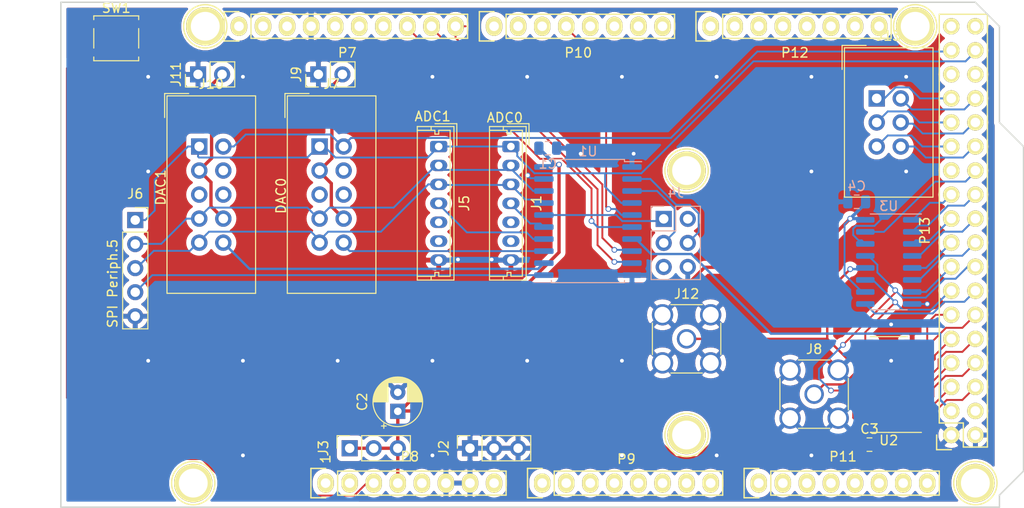
<source format=kicad_pcb>
(kicad_pcb (version 20171130) (host pcbnew "(5.1.2)-1")
  (title_block (date "mar. 31 mars 2015"))
  (layers (0 F.Cu signal) (31 B.Cu signal) (34 B.Paste user) (35 F.Paste user) (36 B.SilkS user) (37 F.SilkS user) (38 B.Mask user) (39 F.Mask user) (44 Edge.Cuts user))
  (net 0 "")
  (net 1 GND)
  (net 2 "/53(SS)")
  (net 3 /48)
  (net 4 /49)
  (net 5 /46)
  (net 6 /47)
  (net 7 /44)
  (net 8 /45)
  (net 9 /42)
  (net 10 /43)
  (net 11 /40)
  (net 12 /41)
  (net 13 /38)
  (net 14 /39)
  (net 15 /36)
  (net 16 /37)
  (net 17 /34)
  (net 18 /35)
  (net 19 /32)
  (net 20 /33)
  (net 21 /24)
  (net 22 /25)
  (net 23 /22)
  (net 24 /23)
  (net 25 +5V)
  (net 26 /IOREF)
  (net 27 /Reset)
  (net 28 /Vin)
  (net 29 /A0)
  (net 30 /A1)
  (net 31 /A2)
  (net 32 /A3)
  (net 33 /A4)
  (net 34 /A5)
  (net 35 /A6)
  (net 36 /A7)
  (net 37 /A8)
  (net 38 /A9)
  (net 39 /A10)
  (net 40 /A11)
  (net 41 /A12)
  (net 42 /A13)
  (net 43 /A14)
  (net 44 /A15)
  (net 45 /SCL)
  (net 46 /SDA)
  (net 47 /AREF)
  (net 48 "/13(**)")
  (net 49 "/12(**)")
  (net 50 "/11(**)")
  (net 51 "/10(**)")
  (net 52 "/9(**)")
  (net 53 "/8(**)")
  (net 54 "/7(**)")
  (net 55 "/6(**)")
  (net 56 "/5(**)")
  (net 57 "/4(**)")
  (net 58 "/3(**)")
  (net 59 "/2(**)")
  (net 60 "/20(SDA)")
  (net 61 "/21(SCL)")
  (net 62 "Net-(P8-Pad1)")
  (net 63 "Net-(P2-Pad1)")
  (net 64 +3V3)
  (net 65 "/1(Tx0)")
  (net 66 "/0(Rx0)")
  (net 67 "/14(Tx3)")
  (net 68 "/15(Rx3)")
  (net 69 "/16(Tx2)")
  (net 70 "/17(Rx2)")
  (net 71 "/18(Tx1)")
  (net 72 "/19(Rx1)")
  (net 73 "Net-(P1-Pad1)")
  (net 74 "Net-(P3-Pad1)")
  (net 75 "Net-(P4-Pad1)")
  (net 76 "Net-(P5-Pad1)")
  (net 77 "Net-(P6-Pad1)")
  (net 78 /50)
  (net 79 /51)
  (net 80 /ADC_Sync0)
  (net 81 /ADC_Reset0)
  (net 82 /Buff_CS0)
  (net 83 /Buff_SCLK)
  (net 84 /Buff_MOSI)
  (net 85 /Ard_SCLK)
  (net 86 /Ard_MOSI)
  (net 87 /RST)
  (net 88 /Buff_CS2)
  (net 89 /Buff_CS1)
  (net 90 /ADC_Reset1)
  (net 91 /ADC_Sync1)
  (net 92 "/26(ERR)")
  (net 93 "/27(LOCK)")
  (net 94 "/28(CMD)")
  (net 95 "/29(SMPL)")
  (net 96 "/30(WAIT)")
  (net 97 "/31(USB)")
  (net 98 /Ard_MISO)
  (net 99 /~CLR1)
  (net 100 /IOVCC1)
  (net 101 /~LDAC1)
  (net 102 /~CLR2)
  (net 103 /IOVCC2)
  (net 104 /~LDAC2)
  (net 105 /Buff_CS4)
  (net 106 "Net-(J8-Pad1)")
  (net 107 "Net-(J12-Pad1)")
  (net 108 "/52(CS)")
  (net 109 /Buff_CS3)
  (net 110 /DGND2)
  (net 111 /DGND3)
  (module Connector_IDC:IDC-Header_2x03_P2.54mm_Vertical (layer F.Cu) (at 189.484 78.486)
    (fp_text reference J13 (at 1.27 -6.604) (layer F.SilkS))
    (fp_text value LEDDindicators)
    (pad 1 thru_hole rect (at 0 0) (size 1.7272 1.7272) (drill 1.016) (layers *.Cu *.Mask) (net 92 "/26(ERR)"))
    (pad 2 thru_hole oval (at 2.54 0) (size 1.7272 1.7272) (drill 1.016) (layers *.Cu *.Mask) (net 93 "/27(LOCK)"))
    (pad 3 thru_hole oval (at 0 2.54) (size 1.7272 1.7272) (drill 1.016) (layers *.Cu *.Mask) (net 94 "/28(CMD)"))
    (pad 4 thru_hole oval (at 2.54 2.54) (size 1.7272 1.7272) (drill 1.016) (layers *.Cu *.Mask) (net 95 "/29(SMPL)"))
    (pad 5 thru_hole oval (at 0 5.08) (size 1.7272 1.7272) (drill 1.016) (layers *.Cu *.Mask) (net 96 "/30(WAIT)"))
    (pad 6 thru_hole oval (at 2.54 5.08) (size 1.7272 1.7272) (drill 1.016) (layers *.Cu *.Mask) (net 97 "/31(USB)"))
  )
  (module Connector_IDC:IDC-Header_2x05_P2.54mm_Vertical (layer F.Cu) (at 117.983 83.566)
    (fp_text reference J10 (at 1.27 -6.604) (layer F.SilkS))
    (fp_text value DAC1)
    (pad 10 thru_hole oval (at 2.54 10.16) (size 1.7272 1.7272) (drill 1.016) (layers *.Cu *.Mask) (net 109 /Buff_CS3))
    (pad 9 thru_hole oval (at 0 10.16) (size 1.7272 1.7272) (drill 1.016) (layers *.Cu *.Mask) (net 83 /Buff_SCLK))
    (pad 8 thru_hole oval (at 2.54 7.62) (size 1.7272 1.7272) (drill 1.016) (layers *.Cu *.Mask) (net 111 /DGND3))
    (pad 7 thru_hole oval (at 0 7.62) (size 1.7272 1.7272) (drill 1.016) (layers *.Cu *.Mask) (net 84 /Buff_MOSI))
    (pad 6 thru_hole oval (at 2.54 5.08) (size 1.7272 1.7272) (drill 1.016) (layers *.Cu *.Mask) (net 104 /~LDAC2))
    (pad 5 thru_hole oval (at 0 5.08) (size 1.7272 1.7272) (drill 1.016) (layers *.Cu *.Mask) (net 103 /IOVCC2))
    (pad 4 thru_hole oval (at 2.54 2.54) (size 1.7272 1.7272) (drill 1.016) (layers *.Cu *.Mask) (net 102 /~CLR2))
    (pad 3 thru_hole oval (at 0 2.54) (size 1.7272 1.7272) (drill 1.016) (layers *.Cu *.Mask) (net 111 /DGND3))
    (pad 2 thru_hole oval (at 2.54 0) (size 1.7272 1.7272) (drill 1.016) (layers *.Cu *.Mask) (net 23 /22))
    (pad 1 thru_hole rect (at 0 0) (size 1.7272 1.7272) (drill 1.016) (layers *.Cu *.Mask) (net 24 /23))
  )
  (module Connector_IDC:IDC-Header_2x05_P2.54mm_Vertical (layer F.Cu) (at 130.683 83.566)
    (fp_text reference J7 (at 1.27 -6.604) (layer F.SilkS))
    (fp_text value DAC0)
    (pad 10 thru_hole oval (at 2.54 10.16) (size 1.7272 1.7272) (drill 1.016) (layers *.Cu *.Mask) (net 88 /Buff_CS2))
    (pad 9 thru_hole oval (at 0 10.16) (size 1.7272 1.7272) (drill 1.016) (layers *.Cu *.Mask) (net 83 /Buff_SCLK))
    (pad 8 thru_hole oval (at 2.54 7.62) (size 1.7272 1.7272) (drill 1.016) (layers *.Cu *.Mask) (net 110 /DGND2))
    (pad 7 thru_hole oval (at 0 7.62) (size 1.7272 1.7272) (drill 1.016) (layers *.Cu *.Mask) (net 84 /Buff_MOSI))
    (pad 6 thru_hole oval (at 2.54 5.08) (size 1.7272 1.7272) (drill 1.016) (layers *.Cu *.Mask) (net 101 /~LDAC1))
    (pad 5 thru_hole oval (at 0 5.08) (size 1.7272 1.7272) (drill 1.016) (layers *.Cu *.Mask) (net 100 /IOVCC1))
    (pad 4 thru_hole oval (at 2.54 2.54) (size 1.7272 1.7272) (drill 1.016) (layers *.Cu *.Mask) (net 99 /~CLR1))
    (pad 3 thru_hole oval (at 0 2.54) (size 1.7272 1.7272) (drill 1.016) (layers *.Cu *.Mask) (net 110 /DGND2))
    (pad 2 thru_hole oval (at 2.54 0) (size 1.7272 1.7272) (drill 1.016) (layers *.Cu *.Mask) (net 23 /22))
    (pad 1 thru_hole rect (at 0 0) (size 1.7272 1.7272) (drill 1.016) (layers *.Cu *.Mask) (net 24 /23))
  )
  (module Capacitor_THT:CP_Radial_D5.0mm_P2.00mm (layer F.Cu) (at 138.938 111.538 90)
    (fp_text reference C2 (at 1 -3.75 90) (layer F.SilkS))
    (fp_text value 100uF)
    (pad 2 thru_hole circle (at 2 0 90) (size 1.6 1.6) (drill 0.8) (layers *.Cu *.Mask) (net 1 GND))
    (pad 1 thru_hole rect (at 0 0 90) (size 1.6 1.6) (drill 0.8) (layers *.Cu *.Mask) (net 64 +3V3))
  )
  (module Connector_PinSocket_2.54mm:PinSocket_1x05_P2.54mm_Vertical (layer F.Cu) (at 111.2266 91.3384)
    (fp_text reference J6 (at 0 -2.77) (layer F.SilkS))
    (fp_text value "SPI Periph.5")
    (pad 1 thru_hole rect (at 0 0) (size 1.7 1.7) (drill 1) (layers *.Cu *.Mask) (net 24 /23))
    (pad 2 thru_hole oval (at 0 2.54) (size 1.7 1.7) (drill 1) (layers *.Cu *.Mask) (net 84 /Buff_MOSI))
    (pad 3 thru_hole oval (at 0 5.08) (size 1.7 1.7) (drill 1) (layers *.Cu *.Mask) (net 83 /Buff_SCLK))
    (pad 4 thru_hole oval (at 0 7.62) (size 1.7 1.7) (drill 1) (layers *.Cu *.Mask) (net 105 /Buff_CS4))
    (pad 5 thru_hole oval (at 0 10.16) (size 1.7 1.7) (drill 1) (layers *.Cu *.Mask) (net 1 GND))
  )
  (module Socket_Arduino_Mega:Socket_Strip_Arduino_2x18 (layer F.Cu) (at 197.358 114.046 90)
    (fp_text reference P13 (at 21.59 -2.794 90) (layer F.SilkS))
    (fp_text value Digital)
    (pad 1 thru_hole circle (at 0 0 90) (size 1.7272 1.7272) (drill 1.016) (layers *.Cu *.Mask F.SilkS) (net 1 GND))
    (pad 2 thru_hole oval (at 0 2.54 90) (size 1.7272 1.7272) (drill 1.016) (layers *.Cu *.Mask F.SilkS) (net 1 GND))
    (pad 3 thru_hole oval (at 2.54 0 90) (size 1.7272 1.7272) (drill 1.016) (layers *.Cu *.Mask F.SilkS) (net 108 "/52(CS)"))
    (pad 4 thru_hole oval (at 2.54 2.54 90) (size 1.7272 1.7272) (drill 1.016) (layers *.Cu *.Mask F.SilkS) (net 2 "/53(SS)"))
    (pad 5 thru_hole oval (at 5.08 0 90) (size 1.7272 1.7272) (drill 1.016) (layers *.Cu *.Mask F.SilkS) (net 78 /50))
    (pad 6 thru_hole oval (at 5.08 2.54 90) (size 1.7272 1.7272) (drill 1.016) (layers *.Cu *.Mask F.SilkS) (net 79 /51))
    (pad 7 thru_hole oval (at 7.62 0 90) (size 1.7272 1.7272) (drill 1.016) (layers *.Cu *.Mask F.SilkS) (net 3 /48))
    (pad 8 thru_hole oval (at 7.62 2.54 90) (size 1.7272 1.7272) (drill 1.016) (layers *.Cu *.Mask F.SilkS) (net 4 /49))
    (pad 9 thru_hole oval (at 10.16 0 90) (size 1.7272 1.7272) (drill 1.016) (layers *.Cu *.Mask F.SilkS) (net 5 /46))
    (pad 10 thru_hole oval (at 10.16 2.54 90) (size 1.7272 1.7272) (drill 1.016) (layers *.Cu *.Mask F.SilkS) (net 6 /47))
    (pad 11 thru_hole oval (at 12.7 0 90) (size 1.7272 1.7272) (drill 1.016) (layers *.Cu *.Mask F.SilkS) (net 7 /44))
    (pad 12 thru_hole oval (at 12.7 2.54 90) (size 1.7272 1.7272) (drill 1.016) (layers *.Cu *.Mask F.SilkS) (net 8 /45))
    (pad 13 thru_hole oval (at 15.24 0 90) (size 1.7272 1.7272) (drill 1.016) (layers *.Cu *.Mask F.SilkS) (net 9 /42))
    (pad 14 thru_hole oval (at 15.24 2.54 90) (size 1.7272 1.7272) (drill 1.016) (layers *.Cu *.Mask F.SilkS) (net 10 /43))
    (pad 15 thru_hole oval (at 17.78 0 90) (size 1.7272 1.7272) (drill 1.016) (layers *.Cu *.Mask F.SilkS) (net 11 /40))
    (pad 16 thru_hole oval (at 17.78 2.54 90) (size 1.7272 1.7272) (drill 1.016) (layers *.Cu *.Mask F.SilkS) (net 12 /41))
    (pad 17 thru_hole oval (at 20.32 0 90) (size 1.7272 1.7272) (drill 1.016) (layers *.Cu *.Mask F.SilkS) (net 13 /38))
    (pad 18 thru_hole oval (at 20.32 2.54 90) (size 1.7272 1.7272) (drill 1.016) (layers *.Cu *.Mask F.SilkS) (net 14 /39))
    (pad 19 thru_hole oval (at 22.86 0 90) (size 1.7272 1.7272) (drill 1.016) (layers *.Cu *.Mask F.SilkS) (net 15 /36))
    (pad 20 thru_hole oval (at 22.86 2.54 90) (size 1.7272 1.7272) (drill 1.016) (layers *.Cu *.Mask F.SilkS) (net 16 /37))
    (pad 21 thru_hole oval (at 25.4 0 90) (size 1.7272 1.7272) (drill 1.016) (layers *.Cu *.Mask F.SilkS) (net 17 /34))
    (pad 22 thru_hole oval (at 25.4 2.54 90) (size 1.7272 1.7272) (drill 1.016) (layers *.Cu *.Mask F.SilkS) (net 18 /35))
    (pad 23 thru_hole oval (at 27.94 0 90) (size 1.7272 1.7272) (drill 1.016) (layers *.Cu *.Mask F.SilkS) (net 19 /32))
    (pad 24 thru_hole oval (at 27.94 2.54 90) (size 1.7272 1.7272) (drill 1.016) (layers *.Cu *.Mask F.SilkS) (net 20 /33))
    (pad 25 thru_hole oval (at 30.48 0 90) (size 1.7272 1.7272) (drill 1.016) (layers *.Cu *.Mask F.SilkS) (net 96 "/30(WAIT)"))
    (pad 26 thru_hole oval (at 30.48 2.54 90) (size 1.7272 1.7272) (drill 1.016) (layers *.Cu *.Mask F.SilkS) (net 97 "/31(USB)"))
    (pad 27 thru_hole oval (at 33.02 0 90) (size 1.7272 1.7272) (drill 1.016) (layers *.Cu *.Mask F.SilkS) (net 94 "/28(CMD)"))
    (pad 28 thru_hole oval (at 33.02 2.54 90) (size 1.7272 1.7272) (drill 1.016) (layers *.Cu *.Mask F.SilkS) (net 95 "/29(SMPL)"))
    (pad 29 thru_hole oval (at 35.56 0 90) (size 1.7272 1.7272) (drill 1.016) (layers *.Cu *.Mask F.SilkS) (net 92 "/26(ERR)"))
    (pad 30 thru_hole oval (at 35.56 2.54 90) (size 1.7272 1.7272) (drill 1.016) (layers *.Cu *.Mask F.SilkS) (net 93 "/27(LOCK)"))
    (pad 31 thru_hole oval (at 38.1 0 90) (size 1.7272 1.7272) (drill 1.016) (layers *.Cu *.Mask F.SilkS) (net 21 /24))
    (pad 32 thru_hole oval (at 38.1 2.54 90) (size 1.7272 1.7272) (drill 1.016) (layers *.Cu *.Mask F.SilkS) (net 22 /25))
    (pad 33 thru_hole oval (at 40.64 0 90) (size 1.7272 1.7272) (drill 1.016) (layers *.Cu *.Mask F.SilkS) (net 23 /22))
    (pad 34 thru_hole oval (at 40.64 2.54 90) (size 1.7272 1.7272) (drill 1.016) (layers *.Cu *.Mask F.SilkS) (net 24 /23))
    (pad 35 thru_hole oval (at 43.18 0 90) (size 1.7272 1.7272) (drill 1.016) (layers *.Cu *.Mask F.SilkS) (net 25 +5V))
    (pad 36 thru_hole oval (at 43.18 2.54 90) (size 1.7272 1.7272) (drill 1.016) (layers *.Cu *.Mask F.SilkS) (net 25 +5V))
  )
  (module Socket_Arduino_Mega:Socket_Strip_Arduino_1x08 (layer F.Cu) (at 131.318 119.126)
    (fp_text reference P8 (at 8.89 -2.794) (layer F.SilkS))
    (fp_text value Power)
    (pad 1 thru_hole oval (at 0 0) (size 1.7272 2.032) (drill 1.016) (layers *.Cu *.Mask F.SilkS) (net 62 "Net-(P8-Pad1)"))
    (pad 2 thru_hole oval (at 2.54 0) (size 1.7272 2.032) (drill 1.016) (layers *.Cu *.Mask F.SilkS) (net 26 /IOREF))
    (pad 3 thru_hole oval (at 5.08 0) (size 1.7272 2.032) (drill 1.016) (layers *.Cu *.Mask F.SilkS) (net 27 /Reset))
    (pad 4 thru_hole oval (at 7.62 0) (size 1.7272 2.032) (drill 1.016) (layers *.Cu *.Mask F.SilkS) (net 64 +3V3))
    (pad 5 thru_hole oval (at 10.16 0) (size 1.7272 2.032) (drill 1.016) (layers *.Cu *.Mask F.SilkS) (net 25 +5V))
    (pad 6 thru_hole oval (at 12.7 0) (size 1.7272 2.032) (drill 1.016) (layers *.Cu *.Mask F.SilkS) (net 1 GND))
    (pad 7 thru_hole oval (at 15.24 0) (size 1.7272 2.032) (drill 1.016) (layers *.Cu *.Mask F.SilkS) (net 1 GND))
    (pad 8 thru_hole oval (at 17.78 0) (size 1.7272 2.032) (drill 1.016) (layers *.Cu *.Mask F.SilkS) (net 28 /Vin))
  )
  (module Socket_Arduino_Mega:Socket_Strip_Arduino_1x08 (layer F.Cu) (at 154.178 119.126)
    (fp_text reference P9 (at 8.89 -2.54) (layer F.SilkS))
    (fp_text value Analog)
    (pad 1 thru_hole oval (at 0 0) (size 1.7272 2.032) (drill 1.016) (layers *.Cu *.Mask F.SilkS) (net 29 /A0))
    (pad 2 thru_hole oval (at 2.54 0) (size 1.7272 2.032) (drill 1.016) (layers *.Cu *.Mask F.SilkS) (net 30 /A1))
    (pad 3 thru_hole oval (at 5.08 0) (size 1.7272 2.032) (drill 1.016) (layers *.Cu *.Mask F.SilkS) (net 31 /A2))
    (pad 4 thru_hole oval (at 7.62 0) (size 1.7272 2.032) (drill 1.016) (layers *.Cu *.Mask F.SilkS) (net 32 /A3))
    (pad 5 thru_hole oval (at 10.16 0) (size 1.7272 2.032) (drill 1.016) (layers *.Cu *.Mask F.SilkS) (net 33 /A4))
    (pad 6 thru_hole oval (at 12.7 0) (size 1.7272 2.032) (drill 1.016) (layers *.Cu *.Mask F.SilkS) (net 34 /A5))
    (pad 7 thru_hole oval (at 15.24 0) (size 1.7272 2.032) (drill 1.016) (layers *.Cu *.Mask F.SilkS) (net 35 /A6))
    (pad 8 thru_hole oval (at 17.78 0) (size 1.7272 2.032) (drill 1.016) (layers *.Cu *.Mask F.SilkS) (net 36 /A7))
  )
  (module Socket_Arduino_Mega:Socket_Strip_Arduino_1x08 (layer F.Cu) (at 177.038 119.126)
    (fp_text reference P11 (at 8.89 -2.794) (layer F.SilkS))
    (fp_text value Analog)
    (pad 1 thru_hole oval (at 0 0) (size 1.7272 2.032) (drill 1.016) (layers *.Cu *.Mask F.SilkS) (net 37 /A8))
    (pad 2 thru_hole oval (at 2.54 0) (size 1.7272 2.032) (drill 1.016) (layers *.Cu *.Mask F.SilkS) (net 38 /A9))
    (pad 3 thru_hole oval (at 5.08 0) (size 1.7272 2.032) (drill 1.016) (layers *.Cu *.Mask F.SilkS) (net 39 /A10))
    (pad 4 thru_hole oval (at 7.62 0) (size 1.7272 2.032) (drill 1.016) (layers *.Cu *.Mask F.SilkS) (net 40 /A11))
    (pad 5 thru_hole oval (at 10.16 0) (size 1.7272 2.032) (drill 1.016) (layers *.Cu *.Mask F.SilkS) (net 41 /A12))
    (pad 6 thru_hole oval (at 12.7 0) (size 1.7272 2.032) (drill 1.016) (layers *.Cu *.Mask F.SilkS) (net 42 /A13))
    (pad 7 thru_hole oval (at 15.24 0) (size 1.7272 2.032) (drill 1.016) (layers *.Cu *.Mask F.SilkS) (net 43 /A14))
    (pad 8 thru_hole oval (at 17.78 0) (size 1.7272 2.032) (drill 1.016) (layers *.Cu *.Mask F.SilkS) (net 44 /A15))
  )
  (module Socket_Arduino_Mega:Socket_Strip_Arduino_1x10 (layer F.Cu) (at 122.174 70.866)
    (fp_text reference P7 (at 11.43 2.794) (layer F.SilkS))
    (fp_text value PWM)
    (pad 1 thru_hole oval (at 0 0) (size 1.7272 2.032) (drill 1.016) (layers *.Cu *.Mask F.SilkS) (net 45 /SCL))
    (pad 2 thru_hole oval (at 2.54 0) (size 1.7272 2.032) (drill 1.016) (layers *.Cu *.Mask F.SilkS) (net 46 /SDA))
    (pad 3 thru_hole oval (at 5.08 0) (size 1.7272 2.032) (drill 1.016) (layers *.Cu *.Mask F.SilkS) (net 47 /AREF))
    (pad 4 thru_hole oval (at 7.62 0) (size 1.7272 2.032) (drill 1.016) (layers *.Cu *.Mask F.SilkS) (net 1 GND))
    (pad 5 thru_hole oval (at 10.16 0) (size 1.7272 2.032) (drill 1.016) (layers *.Cu *.Mask F.SilkS) (net 48 "/13(**)"))
    (pad 6 thru_hole oval (at 12.7 0) (size 1.7272 2.032) (drill 1.016) (layers *.Cu *.Mask F.SilkS) (net 49 "/12(**)"))
    (pad 7 thru_hole oval (at 15.24 0) (size 1.7272 2.032) (drill 1.016) (layers *.Cu *.Mask F.SilkS) (net 50 "/11(**)"))
    (pad 8 thru_hole oval (at 17.78 0) (size 1.7272 2.032) (drill 1.016) (layers *.Cu *.Mask F.SilkS) (net 51 "/10(**)"))
    (pad 9 thru_hole oval (at 20.32 0) (size 1.7272 2.032) (drill 1.016) (layers *.Cu *.Mask F.SilkS) (net 52 "/9(**)"))
    (pad 10 thru_hole oval (at 22.86 0) (size 1.7272 2.032) (drill 1.016) (layers *.Cu *.Mask F.SilkS) (net 53 "/8(**)"))
  )
  (module Socket_Arduino_Mega:Socket_Strip_Arduino_1x08 (layer F.Cu) (at 149.098 70.866)
    (fp_text reference P10 (at 8.89 2.794) (layer F.SilkS))
    (fp_text value PWM)
    (pad 1 thru_hole oval (at 0 0) (size 1.7272 2.032) (drill 1.016) (layers *.Cu *.Mask F.SilkS) (net 54 "/7(**)"))
    (pad 2 thru_hole oval (at 2.54 0) (size 1.7272 2.032) (drill 1.016) (layers *.Cu *.Mask F.SilkS) (net 55 "/6(**)"))
    (pad 3 thru_hole oval (at 5.08 0) (size 1.7272 2.032) (drill 1.016) (layers *.Cu *.Mask F.SilkS) (net 56 "/5(**)"))
    (pad 4 thru_hole oval (at 7.62 0) (size 1.7272 2.032) (drill 1.016) (layers *.Cu *.Mask F.SilkS) (net 57 "/4(**)"))
    (pad 5 thru_hole oval (at 10.16 0) (size 1.7272 2.032) (drill 1.016) (layers *.Cu *.Mask F.SilkS) (net 58 "/3(**)"))
    (pad 6 thru_hole oval (at 12.7 0) (size 1.7272 2.032) (drill 1.016) (layers *.Cu *.Mask F.SilkS) (net 59 "/2(**)"))
    (pad 7 thru_hole oval (at 15.24 0) (size 1.7272 2.032) (drill 1.016) (layers *.Cu *.Mask F.SilkS) (net 65 "/1(Tx0)"))
    (pad 8 thru_hole oval (at 17.78 0) (size 1.7272 2.032) (drill 1.016) (layers *.Cu *.Mask F.SilkS) (net 66 "/0(Rx0)"))
  )
  (module Socket_Arduino_Mega:Socket_Strip_Arduino_1x08 (layer F.Cu) (at 171.958 70.866)
    (fp_text reference P12 (at 8.89 2.794) (layer F.SilkS))
    (fp_text value Communication)
    (pad 1 thru_hole oval (at 0 0) (size 1.7272 2.032) (drill 1.016) (layers *.Cu *.Mask F.SilkS) (net 67 "/14(Tx3)"))
    (pad 2 thru_hole oval (at 2.54 0) (size 1.7272 2.032) (drill 1.016) (layers *.Cu *.Mask F.SilkS) (net 68 "/15(Rx3)"))
    (pad 3 thru_hole oval (at 5.08 0) (size 1.7272 2.032) (drill 1.016) (layers *.Cu *.Mask F.SilkS) (net 69 "/16(Tx2)"))
    (pad 4 thru_hole oval (at 7.62 0) (size 1.7272 2.032) (drill 1.016) (layers *.Cu *.Mask F.SilkS) (net 70 "/17(Rx2)"))
    (pad 5 thru_hole oval (at 10.16 0) (size 1.7272 2.032) (drill 1.016) (layers *.Cu *.Mask F.SilkS) (net 71 "/18(Tx1)"))
    (pad 6 thru_hole oval (at 12.7 0) (size 1.7272 2.032) (drill 1.016) (layers *.Cu *.Mask F.SilkS) (net 72 "/19(Rx1)"))
    (pad 7 thru_hole oval (at 15.24 0) (size 1.7272 2.032) (drill 1.016) (layers *.Cu *.Mask F.SilkS) (net 60 "/20(SDA)"))
    (pad 8 thru_hole oval (at 17.78 0) (size 1.7272 2.032) (drill 1.016) (layers *.Cu *.Mask F.SilkS) (net 61 "/21(SCL)"))
  )
  (module Socket_Arduino_Mega:Arduino_1pin (layer F.Cu) (at 117.348 119.126)
    (fp_text reference P1 hide)
    (fp_text value CONN_01X01 hide)
    (pad 1 thru_hole circle (at 0 0) (size 4.064 4.064) (drill 3.048) (layers *.Cu *.Mask F.SilkS) (net 73 "Net-(P1-Pad1)"))
  )
  (module Socket_Arduino_Mega:Arduino_1pin (layer F.Cu) (at 169.418 114.046)
    (fp_text reference P2 hide)
    (fp_text value CONN_01X01 hide)
    (pad 1 thru_hole circle (at 0 0) (size 4.064 4.064) (drill 3.048) (layers *.Cu *.Mask F.SilkS) (net 63 "Net-(P2-Pad1)"))
  )
  (module Socket_Arduino_Mega:Arduino_1pin (layer F.Cu) (at 199.898 119.126)
    (fp_text reference P3 hide)
    (fp_text value CONN_01X01 hide)
    (pad 1 thru_hole circle (at 0 0) (size 4.064 4.064) (drill 3.048) (layers *.Cu *.Mask F.SilkS) (net 74 "Net-(P3-Pad1)"))
  )
  (module Socket_Arduino_Mega:Arduino_1pin (layer F.Cu) (at 118.618 70.866)
    (fp_text reference P4 hide)
    (fp_text value CONN_01X01 hide)
    (pad 1 thru_hole circle (at 0 0) (size 4.064 4.064) (drill 3.048) (layers *.Cu *.Mask F.SilkS) (net 75 "Net-(P4-Pad1)"))
  )
  (module Socket_Arduino_Mega:Arduino_1pin (layer F.Cu) (at 169.418 86.106)
    (fp_text reference P5 hide)
    (fp_text value CONN_01X01 hide)
    (pad 1 thru_hole circle (at 0 0) (size 4.064 4.064) (drill 3.048) (layers *.Cu *.Mask F.SilkS) (net 76 "Net-(P5-Pad1)"))
  )
  (module Socket_Arduino_Mega:Arduino_1pin (layer F.Cu) (at 193.548 70.866)
    (fp_text reference P6 hide)
    (fp_text value CONN_01X01 hide)
    (pad 1 thru_hole circle (at 0 0) (size 4.064 4.064) (drill 3.048) (layers *.Cu *.Mask F.SilkS) (net 77 "Net-(P6-Pad1)"))
  )
  (module Capacitor_SMD:C_0805_2012Metric (layer B.Cu) (at 154.7645 83.7438)
    (fp_text reference C1 (at 0 1.65) (layer B.SilkS) (effects (justify mirror)))
    (fp_text value 100nF)
    (pad 2 smd roundrect (at 0.9375 0) (size 0.975 1.4) (layers B.Cu B.Paste B.Mask) (net 1 GND))
    (pad 1 smd roundrect (at -0.9375 0) (size 0.975 1.4) (layers B.Cu B.Paste B.Mask) (net 64 +3V3))
  )
  (module Capacitor_SMD:C_0805_2012Metric (layer F.Cu) (at 188.722 115.062)
    (fp_text reference C3 (at 0 -1.65) (layer F.SilkS))
    (fp_text value 100nF)
    (pad 1 smd roundrect (at -0.9375 0) (size 0.975 1.4) (layers F.Cu F.Paste F.Mask) (net 64 +3V3))
    (pad 2 smd roundrect (at 0.9375 0) (size 0.975 1.4) (layers F.Cu F.Paste F.Mask) (net 1 GND))
  )
  (module Capacitor_SMD:C_0805_2012Metric (layer B.Cu) (at 187.3735 89.408 180)
    (fp_text reference C4 (at 0 1.65) (layer B.SilkS) (effects (justify mirror)))
    (fp_text value 100nF)
    (pad 1 smd roundrect (at -0.9375 0 180) (size 0.975 1.4) (layers B.Cu B.Paste B.Mask) (net 64 +3V3))
    (pad 2 smd roundrect (at 0.9375 0 180) (size 0.975 1.4) (layers B.Cu B.Paste B.Mask) (net 1 GND))
  )
  (module Connector_Molex:Molex_Micro-Latch_53253-0770_1x07_P2.00mm_Vertical (layer F.Cu) (at 150.876 83.566 270)
    (fp_text reference J1 (at 6 -2.7 90) (layer F.SilkS))
    (fp_text value ADC0)
    (pad 7 thru_hole oval (at 12 0 270) (size 1.2 1.8) (drill 0.8) (layers *.Cu *.Mask) (net 1 GND))
    (pad 6 thru_hole oval (at 10 0 270) (size 1.2 1.8) (drill 0.8) (layers *.Cu *.Mask) (net 80 /ADC_Sync0))
    (pad 5 thru_hole oval (at 8 0 270) (size 1.2 1.8) (drill 0.8) (layers *.Cu *.Mask) (net 81 /ADC_Reset0))
    (pad 4 thru_hole oval (at 6 0 270) (size 1.2 1.8) (drill 0.8) (layers *.Cu *.Mask) (net 82 /Buff_CS0))
    (pad 3 thru_hole oval (at 4 0 270) (size 1.2 1.8) (drill 0.8) (layers *.Cu *.Mask) (net 83 /Buff_SCLK))
    (pad 2 thru_hole oval (at 2 0 270) (size 1.2 1.8) (drill 0.8) (layers *.Cu *.Mask) (net 84 /Buff_MOSI))
    (pad 1 thru_hole roundrect (at 0 0 270) (size 1.2 1.8) (drill 0.8) (layers *.Cu *.Mask) (roundrect_rratio 0.208333) (net 24 /23))
  )
  (module Connector_PinSocket_2.54mm:PinSocket_2x03_P2.54mm_Vertical (layer B.Cu) (at 167.005 91.2114 180)
    (fp_text reference J4 (at -1.27 2.77) (layer B.SilkS) (effects (justify mirror)))
    (fp_text value Conn_02x03_Odd_Even)
    (pad 1 thru_hole rect (at 0 0 180) (size 1.7 1.7) (drill 1) (layers *.Cu *.Mask) (net 98 /Ard_MISO))
    (pad 2 thru_hole oval (at -2.54 0 180) (size 1.7 1.7) (drill 1) (layers *.Cu *.Mask) (net 25 +5V))
    (pad 3 thru_hole oval (at 0 -2.54 180) (size 1.7 1.7) (drill 1) (layers *.Cu *.Mask) (net 85 /Ard_SCLK))
    (pad 4 thru_hole oval (at -2.54 -2.54 180) (size 1.7 1.7) (drill 1) (layers *.Cu *.Mask) (net 86 /Ard_MOSI))
    (pad 5 thru_hole oval (at 0 -5.08 180) (size 1.7 1.7) (drill 1) (layers *.Cu *.Mask) (net 87 /RST))
    (pad 6 thru_hole oval (at -2.54 -5.08 180) (size 1.7 1.7) (drill 1) (layers *.Cu *.Mask) (net 1 GND))
  )
  (module Connector_Molex:Molex_Micro-Latch_53253-0770_1x07_P2.00mm_Vertical (layer F.Cu) (at 143.256 83.566 270)
    (fp_text reference J5 (at 6 -2.7 90) (layer F.SilkS))
    (fp_text value ADC1)
    (pad 1 thru_hole roundrect (at 0 0 270) (size 1.2 1.8) (drill 0.8) (layers *.Cu *.Mask) (roundrect_rratio 0.208333) (net 24 /23))
    (pad 2 thru_hole oval (at 2 0 270) (size 1.2 1.8) (drill 0.8) (layers *.Cu *.Mask) (net 84 /Buff_MOSI))
    (pad 3 thru_hole oval (at 4 0 270) (size 1.2 1.8) (drill 0.8) (layers *.Cu *.Mask) (net 83 /Buff_SCLK))
    (pad 4 thru_hole oval (at 6 0 270) (size 1.2 1.8) (drill 0.8) (layers *.Cu *.Mask) (net 89 /Buff_CS1))
    (pad 5 thru_hole oval (at 8 0 270) (size 1.2 1.8) (drill 0.8) (layers *.Cu *.Mask) (net 90 /ADC_Reset1))
    (pad 6 thru_hole oval (at 10 0 270) (size 1.2 1.8) (drill 0.8) (layers *.Cu *.Mask) (net 91 /ADC_Sync1))
    (pad 7 thru_hole oval (at 12 0 270) (size 1.2 1.8) (drill 0.8) (layers *.Cu *.Mask) (net 1 GND))
  )
  (module Connector_Coaxial:SMA_Amphenol_132291_Vertical (layer F.Cu) (at 182.88 109.728)
    (fp_text reference J8 (at 0 -4.75) (layer F.SilkS))
    (fp_text value "CLK 2MHz")
    (pad 1 thru_hole circle (at 0 0) (size 2.05 2.05) (drill 1.5) (layers *.Cu *.Mask) (net 106 "Net-(J8-Pad1)"))
    (pad 2 thru_hole circle (at 2.54 2.54) (size 2.25 2.25) (drill 1.7) (layers *.Cu *.Mask) (net 1 GND))
    (pad 2 thru_hole circle (at 2.54 -2.54) (size 2.25 2.25) (drill 1.7) (layers *.Cu *.Mask) (net 1 GND))
    (pad 2 thru_hole circle (at -2.54 -2.54) (size 2.25 2.25) (drill 1.7) (layers *.Cu *.Mask) (net 1 GND))
    (pad 2 thru_hole circle (at -2.54 2.54) (size 2.25 2.25) (drill 1.7) (layers *.Cu *.Mask) (net 1 GND))
  )
  (module Connector_Coaxial:SMA_Amphenol_132291_Vertical (layer F.Cu) (at 169.418 103.886)
    (fp_text reference J12 (at 0 -4.75) (layer F.SilkS))
    (fp_text value "CLK EN")
    (pad 2 thru_hole circle (at -2.54 2.54) (size 2.25 2.25) (drill 1.7) (layers *.Cu *.Mask) (net 1 GND))
    (pad 2 thru_hole circle (at -2.54 -2.54) (size 2.25 2.25) (drill 1.7) (layers *.Cu *.Mask) (net 1 GND))
    (pad 2 thru_hole circle (at 2.54 -2.54) (size 2.25 2.25) (drill 1.7) (layers *.Cu *.Mask) (net 1 GND))
    (pad 2 thru_hole circle (at 2.54 2.54) (size 2.25 2.25) (drill 1.7) (layers *.Cu *.Mask) (net 1 GND))
    (pad 1 thru_hole circle (at 0 0) (size 2.05 2.05) (drill 1.5) (layers *.Cu *.Mask) (net 107 "Net-(J12-Pad1)"))
  )
  (module Package_SO:SOIC-20W_7.5x12.8mm_P1.27mm (layer B.Cu) (at 159.004 91.44 180)
    (fp_text reference U1 (at 0 7.35) (layer B.SilkS) (effects (justify mirror)))
    (fp_text value SN74LVTH541DWR)
    (pad 1 smd roundrect (at -4.65 5.715 180) (size 2.05 0.6) (layers B.Cu B.Paste B.Mask) (net 1 GND))
    (pad 2 smd roundrect (at -4.65 4.445 180) (size 2.05 0.6) (layers B.Cu B.Paste B.Mask) (net 86 /Ard_MOSI))
    (pad 3 smd roundrect (at -4.65 3.175 180) (size 2.05 0.6) (layers B.Cu B.Paste B.Mask) (net 85 /Ard_SCLK))
    (pad 4 smd roundrect (at -4.65 1.905 180) (size 2.05 0.6) (layers B.Cu B.Paste B.Mask) (net 24 /23))
    (pad 5 smd roundrect (at -4.65 0.635 180) (size 2.05 0.6) (layers B.Cu B.Paste B.Mask) (net 57 "/4(**)"))
    (pad 6 smd roundrect (at -4.65 -0.635 180) (size 2.05 0.6) (layers B.Cu B.Paste B.Mask) (net 51 "/10(**)"))
    (pad 7 smd roundrect (at -4.65 -1.905 180) (size 2.05 0.6) (layers B.Cu B.Paste B.Mask) (net 108 "/52(CS)"))
    (pad 8 smd roundrect (at -4.65 -3.175 180) (size 2.05 0.6) (layers B.Cu B.Paste B.Mask) (net 53 "/8(**)"))
    (pad 9 smd roundrect (at -4.65 -4.445 180) (size 2.05 0.6) (layers B.Cu B.Paste B.Mask) (net 52 "/9(**)"))
    (pad 10 smd roundrect (at -4.65 -5.715 180) (size 2.05 0.6) (layers B.Cu B.Paste B.Mask) (net 1 GND))
    (pad 11 smd roundrect (at 4.65 -5.715 180) (size 2.05 0.6) (layers B.Cu B.Paste B.Mask) (net 105 /Buff_CS4))
    (pad 12 smd roundrect (at 4.65 -4.445 180) (size 2.05 0.6) (layers B.Cu B.Paste B.Mask) (net 109 /Buff_CS3))
    (pad 13 smd roundrect (at 4.65 -3.175 180) (size 2.05 0.6) (layers B.Cu B.Paste B.Mask) (net 88 /Buff_CS2))
    (pad 14 smd roundrect (at 4.65 -1.905 180) (size 2.05 0.6) (layers B.Cu B.Paste B.Mask) (net 89 /Buff_CS1))
    (pad 15 smd roundrect (at 4.65 -0.635 180) (size 2.05 0.6) (layers B.Cu B.Paste B.Mask) (net 82 /Buff_CS0))
    (pad 16 smd roundrect (at 4.65 0.635 180) (size 2.05 0.6) (layers B.Cu B.Paste B.Mask) (net 98 /Ard_MISO))
    (pad 17 smd roundrect (at 4.65 1.905 180) (size 2.05 0.6) (layers B.Cu B.Paste B.Mask) (net 83 /Buff_SCLK))
    (pad 18 smd roundrect (at 4.65 3.175 180) (size 2.05 0.6) (layers B.Cu B.Paste B.Mask) (net 84 /Buff_MOSI))
    (pad 19 smd roundrect (at 4.65 4.445 180) (size 2.05 0.6) (layers B.Cu B.Paste B.Mask) (net 1 GND))
    (pad 20 smd roundrect (at 4.65 5.715 180) (size 2.05 0.6) (layers B.Cu B.Paste B.Mask) (net 64 +3V3))
  )
  (module Package_SO:SOIC-16_3.9x9.9mm_P1.27mm (layer F.Cu) (at 190.754 108.712 180)
    (fp_text reference U2 (at 0 -5.9) (layer F.SilkS))
    (fp_text value 74HC590A)
    (pad 1 smd roundrect (at -2.475 -4.445 180) (size 1.95 0.6) (layers F.Cu F.Paste F.Mask) (net 78 /50))
    (pad 2 smd roundrect (at -2.475 -3.175 180) (size 1.95 0.6) (layers F.Cu F.Paste F.Mask) (net 4 /49))
    (pad 3 smd roundrect (at -2.475 -1.905 180) (size 1.95 0.6) (layers F.Cu F.Paste F.Mask) (net 3 /48))
    (pad 4 smd roundrect (at -2.475 -0.635 180) (size 1.95 0.6) (layers F.Cu F.Paste F.Mask) (net 6 /47))
    (pad 5 smd roundrect (at -2.475 0.635 180) (size 1.95 0.6) (layers F.Cu F.Paste F.Mask) (net 5 /46))
    (pad 6 smd roundrect (at -2.475 1.905 180) (size 1.95 0.6) (layers F.Cu F.Paste F.Mask) (net 8 /45))
    (pad 7 smd roundrect (at -2.475 3.175 180) (size 1.95 0.6) (layers F.Cu F.Paste F.Mask) (net 7 /44))
    (pad 8 smd roundrect (at -2.475 4.445 180) (size 1.95 0.6) (layers F.Cu F.Paste F.Mask) (net 1 GND))
    (pad 9 smd roundrect (at 2.475 4.445 180) (size 1.95 0.6) (layers F.Cu F.Paste F.Mask) (net 9 /42))
    (pad 10 smd roundrect (at 2.475 3.175 180) (size 1.95 0.6) (layers F.Cu F.Paste F.Mask) (net 64 +3V3))
    (pad 11 smd roundrect (at 2.475 1.905 180) (size 1.95 0.6) (layers F.Cu F.Paste F.Mask) (net 106 "Net-(J8-Pad1)"))
    (pad 12 smd roundrect (at 2.475 0.635 180) (size 1.95 0.6) (layers F.Cu F.Paste F.Mask) (net 107 "Net-(J12-Pad1)"))
    (pad 13 smd roundrect (at 2.475 -0.635 180) (size 1.95 0.6) (layers F.Cu F.Paste F.Mask) (net 12 /41))
    (pad 14 smd roundrect (at 2.475 -1.905 180) (size 1.95 0.6) (layers F.Cu F.Paste F.Mask) (net 1 GND))
    (pad 15 smd roundrect (at 2.475 -3.175 180) (size 1.95 0.6) (layers F.Cu F.Paste F.Mask) (net 79 /51))
    (pad 16 smd roundrect (at 2.475 -4.445 180) (size 1.95 0.6) (layers F.Cu F.Paste F.Mask) (net 64 +3V3))
  )
  (module Package_SO:SOIC-16_3.9x9.9mm_P1.27mm (layer B.Cu) (at 190.754 95.758 180)
    (fp_text reference U3 (at 0 5.9) (layer B.SilkS) (effects (justify mirror)))
    (fp_text value 74HC590A)
    (pad 16 smd roundrect (at 2.475 4.445 180) (size 1.95 0.6) (layers B.Cu B.Paste B.Mask) (net 64 +3V3))
    (pad 15 smd roundrect (at 2.475 3.175 180) (size 1.95 0.6) (layers B.Cu B.Paste B.Mask) (net 20 /33))
    (pad 14 smd roundrect (at 2.475 1.905 180) (size 1.95 0.6) (layers B.Cu B.Paste B.Mask) (net 1 GND))
    (pad 13 smd roundrect (at 2.475 0.635 180) (size 1.95 0.6) (layers B.Cu B.Paste B.Mask) (net 12 /41))
    (pad 12 smd roundrect (at 2.475 -0.635 180) (size 1.95 0.6) (layers B.Cu B.Paste B.Mask) (net 107 "Net-(J12-Pad1)"))
    (pad 11 smd roundrect (at 2.475 -1.905 180) (size 1.95 0.6) (layers B.Cu B.Paste B.Mask) (net 9 /42))
    (pad 10 smd roundrect (at 2.475 -3.175 180) (size 1.95 0.6) (layers B.Cu B.Paste B.Mask) (net 64 +3V3))
    (pad 9 smd roundrect (at 2.475 -4.445 180) (size 1.95 0.6) (layers B.Cu B.Paste B.Mask) (net 10 /43))
    (pad 8 smd roundrect (at -2.475 -4.445 180) (size 1.95 0.6) (layers B.Cu B.Paste B.Mask) (net 1 GND))
    (pad 7 smd roundrect (at -2.475 -3.175 180) (size 1.95 0.6) (layers B.Cu B.Paste B.Mask) (net 11 /40))
    (pad 6 smd roundrect (at -2.475 -1.905 180) (size 1.95 0.6) (layers B.Cu B.Paste B.Mask) (net 14 /39))
    (pad 5 smd roundrect (at -2.475 -0.635 180) (size 1.95 0.6) (layers B.Cu B.Paste B.Mask) (net 13 /38))
    (pad 4 smd roundrect (at -2.475 0.635 180) (size 1.95 0.6) (layers B.Cu B.Paste B.Mask) (net 16 /37))
    (pad 3 smd roundrect (at -2.475 1.905 180) (size 1.95 0.6) (layers B.Cu B.Paste B.Mask) (net 15 /36))
    (pad 2 smd roundrect (at -2.475 3.175 180) (size 1.95 0.6) (layers B.Cu B.Paste B.Mask) (net 18 /35))
    (pad 1 smd roundrect (at -2.475 4.445 180) (size 1.95 0.6) (layers B.Cu B.Paste B.Mask) (net 17 /34))
  )
  (module Button_Switch_SMD:SW_SPST_TL3305A (layer F.Cu) (at 109.22 72.136)
    (fp_text reference SW1 (at 0 -3.2) (layer F.SilkS))
    (fp_text value SW_Push)
    (pad 1 smd rect (at 3.6 -1.5) (size 1.6 1.4) (layers F.Cu F.Paste F.Mask) (net 1 GND))
    (pad 1 smd rect (at -3.6 -1.5) (size 1.6 1.4) (layers F.Cu F.Paste F.Mask) (net 1 GND))
    (pad 2 smd rect (at 3.6 1.5) (size 1.6 1.4) (layers F.Cu F.Paste F.Mask) (net 27 /Reset))
    (pad 2 smd rect (at -3.6 1.5) (size 1.6 1.4) (layers F.Cu F.Paste F.Mask) (net 27 /Reset))
  )
  (module Connector_PinHeader_2.54mm:PinHeader_1x02_P2.54mm_Vertical (layer F.Cu) (at 130.556 75.946 90)
    (fp_text reference J9 (at 0 -2.33 90) (layer F.SilkS))
    (fp_text value ConnDGND)
    (pad 2 thru_hole oval (at 0 2.54 90) (size 1.7 1.7) (drill 1) (layers *.Cu *.Mask) (net 110 /DGND2))
    (pad 1 thru_hole rect (at 0 0 90) (size 1.7 1.7) (drill 1) (layers *.Cu *.Mask) (net 1 GND))
  )
  (module Connector_PinHeader_2.54mm:PinHeader_1x02_P2.54mm_Vertical (layer F.Cu) (at 117.856 75.946 90)
    (fp_text reference J11 (at 0 -2.33 90) (layer F.SilkS))
    (fp_text value ConnDGND)
    (pad 1 thru_hole rect (at 0 0 90) (size 1.7 1.7) (drill 1) (layers *.Cu *.Mask) (net 1 GND))
    (pad 2 thru_hole oval (at 0 2.54 90) (size 1.7 1.7) (drill 1) (layers *.Cu *.Mask) (net 111 /DGND3))
  )
  (module Connector_PinSocket_2.54mm:PinSocket_1x03_P2.54mm_Vertical (layer F.Cu) (at 146.558 115.443 90)
    (fp_text reference J2 (at 0 -2.77 90) (layer F.SilkS))
    (fp_text value DGND)
    (pad 1 thru_hole rect (at 0 0 90) (size 1.7 1.7) (drill 1) (layers *.Cu *.Mask) (net 1 GND))
    (pad 2 thru_hole oval (at 0 2.54 90) (size 1.7 1.7) (drill 1) (layers *.Cu *.Mask) (net 1 GND))
    (pad 3 thru_hole oval (at 0 5.08 90) (size 1.7 1.7) (drill 1) (layers *.Cu *.Mask) (net 1 GND))
  )
  (module Connector_PinSocket_2.54mm:PinSocket_1x03_P2.54mm_Vertical (layer F.Cu) (at 133.858 115.443 90)
    (fp_text reference J3 (at 0 -2.77 90) (layer F.SilkS))
    (fp_text value +3V3)
    (pad 3 thru_hole oval (at 0 5.08 90) (size 1.7 1.7) (drill 1) (layers *.Cu *.Mask) (net 64 +3V3))
    (pad 2 thru_hole oval (at 0 2.54 90) (size 1.7 1.7) (drill 1) (layers *.Cu *.Mask) (net 64 +3V3))
    (pad 1 thru_hole rect (at 0 0 90) (size 1.7 1.7) (drill 1) (layers *.Cu *.Mask) (net 64 +3V3))
  )
  (gr_text "SPI Periph.5" (at 108.839 98.044 90) (layer F.SilkS) (effects (font (size 1 1))))
  (gr_text DAC1 (at 113.919 87.884 90) (layer F.SilkS) (effects (font (size 1 1))))
  (gr_text DAC0 (at 126.619 88.773 90) (layer F.SilkS) (effects (font (size 1 1))))
  (gr_text ADC0 (at 150.241 80.518) (layer F.SilkS) (effects (font (size 1 1))))
  (gr_text ADC1 (at 142.621 80.391) (layer F.SilkS) (effects (font (size 1 1))))
  (gr_text 1 (at 131.318 116.586 90) (layer F.SilkS) (effects (font (size 1 1))))
  (gr_line (start 202.438 121.666) (end 103.378 121.666) (angle 90) (layer Edge.Cuts) (width 0.15))
  (gr_line (start 202.438 120.396) (end 202.438 121.666) (angle 90) (layer Edge.Cuts) (width 0.15))
  (gr_line (start 204.978 117.856) (end 202.438 120.396) (angle 90) (layer Edge.Cuts) (width 0.15))
  (gr_line (start 204.978 83.566) (end 204.978 117.856) (angle 90) (layer Edge.Cuts) (width 0.15))
  (gr_line (start 202.438 81.026) (end 204.978 83.566) (angle 90) (layer Edge.Cuts) (width 0.15))
  (gr_line (start 202.438 70.866) (end 202.438 81.026) (angle 90) (layer Edge.Cuts) (width 0.15))
  (gr_line (start 199.898 68.326) (end 202.438 70.866) (angle 90) (layer Edge.Cuts) (width 0.15))
  (gr_line (start 103.378 68.326) (end 199.898 68.326) (angle 90) (layer Edge.Cuts) (width 0.15))
  (gr_line (start 103.378 121.666) (end 103.378 68.326) (angle 90) (layer Edge.Cuts) (width 0.15))
  (via (at 158.242 84.328) (size 0.6) (drill 0.4) (layers F.Cu B.Cu) (net 1))
  (via (at 163.83 84.328) (size 0.6) (drill 0.4) (layers F.Cu B.Cu) (net 1))
  (via (at 148.844 95.504) (size 0.6) (drill 0.4) (layers F.Cu B.Cu) (net 1))
  (via (at 145.288 95.504) (size 0.6) (drill 0.4) (layers F.Cu B.Cu) (net 1))
  (via (at 152.654 86.614) (size 0.6) (drill 0.4) (layers F.Cu B.Cu) (net 1))
  (segment (start 187.00399 92.246598) (end 187.302588 91.948) (width 0.2) (layer B.Cu) (net 1))
  (segment (start 187.00399 92.919402) (end 187.00399 92.246598) (width 0.2) (layer B.Cu) (net 1))
  (segment (start 187.566878 93.48229) (end 187.00399 92.919402) (width 0.2) (layer B.Cu) (net 1))
  (segment (start 188.279 93.853) (end 187.90829 93.48229) (width 0.2) (layer B.Cu) (net 1))
  (segment (start 187.90829 93.48229) (end 187.566878 93.48229) (width 0.2) (layer B.Cu) (net 1))
  (segment (start 189.255412 91.948) (end 189.992 91.211412) (width 0.2) (layer B.Cu) (net 1))
  (segment (start 187.302588 91.948) (end 189.255412 91.948) (width 0.2) (layer B.Cu) (net 1))
  (via (at 182.593 76.2) (size 0.6) (drill 0.4) (layers F.Cu B.Cu) (net 1))
  (via (at 192.593 76.2) (size 0.6) (drill 0.4) (layers F.Cu B.Cu) (net 1))
  (via (at 182.593 86.2) (size 0.6) (drill 0.4) (layers F.Cu B.Cu) (net 1))
  (via (at 192.593 86.2) (size 0.6) (drill 0.4) (layers F.Cu B.Cu) (net 1))
  (via (at 191.008 106.2) (size 0.6) (drill 0.4) (layers F.Cu B.Cu) (net 1))
  (via (at 162.593 76.2) (size 0.6) (drill 0.4) (layers F.Cu B.Cu) (net 1))
  (via (at 152.593 76.2) (size 0.6) (drill 0.4) (layers F.Cu B.Cu) (net 1))
  (via (at 142.593 76.2) (size 0.6) (drill 0.4) (layers F.Cu B.Cu) (net 1))
  (via (at 122.593 76.2) (size 0.6) (drill 0.4) (layers F.Cu B.Cu) (net 1))
  (via (at 112.593 76.2) (size 0.6) (drill 0.4) (layers F.Cu B.Cu) (net 1))
  (via (at 172.593 76.2) (size 0.6) (drill 0.4) (layers F.Cu B.Cu) (net 1))
  (via (at 112.593 86.2) (size 0.6) (drill 0.4) (layers F.Cu B.Cu) (net 1))
  (via (at 112.593 106.2) (size 0.6) (drill 0.4) (layers F.Cu B.Cu) (net 1))
  (via (at 122.593 106.2) (size 0.6) (drill 0.4) (layers F.Cu B.Cu) (net 1))
  (via (at 132.593 106.2) (size 0.6) (drill 0.4) (layers F.Cu B.Cu) (net 1))
  (via (at 142.593 106.2) (size 0.6) (drill 0.4) (layers F.Cu B.Cu) (net 1))
  (via (at 152.593 106.2) (size 0.6) (drill 0.4) (layers F.Cu B.Cu) (net 1))
  (via (at 162.593 106.2) (size 0.6) (drill 0.4) (layers F.Cu B.Cu) (net 1))
  (via (at 122.593 116.2) (size 0.6) (drill 0.4) (layers F.Cu B.Cu) (net 1))
  (via (at 142.593 116.2) (size 0.6) (drill 0.4) (layers F.Cu B.Cu) (net 1))
  (via (at 162.593 116.2) (size 0.6) (drill 0.4) (layers F.Cu B.Cu) (net 1))
  (via (at 172.593 116.2) (size 0.6) (drill 0.4) (layers F.Cu B.Cu) (net 1))
  (via (at 182.593 116.2) (size 0.6) (drill 0.4) (layers F.Cu B.Cu) (net 1))
  (via (at 172.593 76.2) (size 0.6) (drill 0.4) (layers F.Cu B.Cu) (net 1))
  (segment (start 152.953999 86.913999) (end 154.223999 86.913999) (width 0.2) (layer B.Cu) (net 1))
  (segment (start 152.654 86.614) (end 152.953999 86.913999) (width 0.2) (layer B.Cu) (net 1))
  (via (at 194.818 100.203) (size 0.6) (drill 0.4) (layers F.Cu B.Cu) (net 1))
  (via (at 191.008 102.362) (size 0.6) (drill 0.4) (layers F.Cu B.Cu) (net 1))
  (segment (start 193.229 100.203) (end 194.818 100.203) (width 0.2) (layer B.Cu) (net 1))
  (segment (start 194.50401 109.683402) (end 193.570412 110.617) (width 0.2) (layer F.Cu) (net 3))
  (segment (start 197.358 106.426) (end 194.50401 109.27999) (width 0.2) (layer F.Cu) (net 3))
  (segment (start 194.50401 109.27999) (end 194.50401 109.683402) (width 0.2) (layer F.Cu) (net 3))
  (segment (start 193.570412 110.617) (end 193.421 110.617) (width 0.2) (layer F.Cu) (net 3))
  (segment (start 198.521601 107.802399) (end 196.743601 107.802399) (width 0.2) (layer F.Cu) (net 4))
  (segment (start 199.898 106.426) (end 198.521601 107.802399) (width 0.2) (layer F.Cu) (net 4))
  (segment (start 195.47201 109.985402) (end 193.570412 111.887) (width 0.2) (layer F.Cu) (net 4))
  (segment (start 196.743601 107.802399) (end 195.47201 109.07399) (width 0.2) (layer F.Cu) (net 4))
  (segment (start 195.47201 109.07399) (end 195.47201 109.985402) (width 0.2) (layer F.Cu) (net 4))
  (segment (start 193.941122 107.70629) (end 195.61802 106.029392) (width 0.2) (layer F.Cu) (net 5))
  (segment (start 193.229 108.077) (end 193.59971 107.70629) (width 0.2) (layer F.Cu) (net 5))
  (segment (start 193.59971 107.70629) (end 193.941122 107.70629) (width 0.2) (layer F.Cu) (net 5))
  (segment (start 195.61802 106.029392) (end 195.61802 105.62598) (width 0.2) (layer F.Cu) (net 5))
  (segment (start 195.61802 105.62598) (end 197.231 104.013) (width 0.2) (layer F.Cu) (net 5))
  (segment (start 196.01803 106.899382) (end 193.570412 109.347) (width 0.2) (layer F.Cu) (net 6))
  (segment (start 196.01803 106.04384) (end 196.01803 106.899382) (width 0.2) (layer F.Cu) (net 6))
  (segment (start 196.799471 105.262399) (end 196.01803 106.04384) (width 0.2) (layer F.Cu) (net 6))
  (segment (start 199.898 103.886) (end 198.521601 105.262399) (width 0.2) (layer F.Cu) (net 6))
  (segment (start 198.521601 105.262399) (end 196.799471 105.262399) (width 0.2) (layer F.Cu) (net 6))
  (segment (start 193.570412 109.347) (end 193.167 109.347) (width 0.2) (layer F.Cu) (net 6))
  (segment (start 193.941122 105.16629) (end 194.818 104.289412) (width 0.2) (layer F.Cu) (net 7))
  (segment (start 193.229 105.537) (end 193.59971 105.16629) (width 0.2) (layer F.Cu) (net 7))
  (segment (start 193.59971 105.16629) (end 193.941122 105.16629) (width 0.2) (layer F.Cu) (net 7))
  (segment (start 194.818 104.289412) (end 194.818 102.235) (width 0.2) (layer F.Cu) (net 7))
  (segment (start 194.818 102.235) (end 195.707 101.346) (width 0.2) (layer F.Cu) (net 7))
  (segment (start 195.707 101.346) (end 197.358 101.346) (width 0.2) (layer F.Cu) (net 7))
  (segment (start 195.21801 105.159402) (end 193.570412 106.807) (width 0.2) (layer F.Cu) (net 8))
  (segment (start 195.21801 104.30386) (end 195.21801 105.159402) (width 0.2) (layer F.Cu) (net 8))
  (segment (start 196.799471 102.722399) (end 195.21801 104.30386) (width 0.2) (layer F.Cu) (net 8))
  (segment (start 199.898 101.346) (end 198.521601 102.722399) (width 0.2) (layer F.Cu) (net 8))
  (segment (start 198.521601 102.722399) (end 196.799471 102.722399) (width 0.2) (layer F.Cu) (net 8))
  (segment (start 193.570412 106.807) (end 193.294 106.807) (width 0.2) (layer F.Cu) (net 8))
  (segment (start 192.217598 100.80301) (end 195.23399 100.80301) (width 0.2) (layer B.Cu) (net 9))
  (segment (start 188.279 97.663) (end 189.077588 97.663) (width 0.2) (layer B.Cu) (net 9))
  (segment (start 195.23399 100.80301) (end 197.231 98.806) (width 0.2) (layer B.Cu) (net 9))
  (via (at 191.439794 100.025206) (size 0.6) (drill 0.4) (layers F.Cu B.Cu) (net 9))
  (segment (start 188.279 103.186) (end 191.439794 100.025206) (width 0.2) (layer F.Cu) (net 9))
  (segment (start 188.279 104.267) (end 188.279 103.186) (width 0.2) (layer F.Cu) (net 9))
  (segment (start 189.077588 97.663) (end 191.439794 100.025206) (width 0.2) (layer B.Cu) (net 9))
  (segment (start 191.439794 100.025206) (end 192.217598 100.80301) (width 0.2) (layer B.Cu) (net 9))
  (segment (start 198.734399 99.969601) (end 199.034401 99.669599) (width 0.2) (layer B.Cu) (net 10))
  (segment (start 196.633098 99.969601) (end 198.734399 99.969601) (width 0.2) (layer B.Cu) (net 10))
  (segment (start 195.399679 101.20302) (end 196.633098 99.969601) (width 0.2) (layer B.Cu) (net 10))
  (segment (start 188.279 100.203) (end 189.27902 101.20302) (width 0.2) (layer B.Cu) (net 10))
  (segment (start 189.27902 101.20302) (end 195.399679 101.20302) (width 0.2) (layer B.Cu) (net 10))
  (segment (start 199.034401 99.669599) (end 199.898 98.806) (width 0.2) (layer B.Cu) (net 10))
  (segment (start 197.358 96.266) (end 194.691 98.933) (width 0.2) (layer B.Cu) (net 11))
  (segment (start 194.691 98.933) (end 193.294 98.933) (width 0.2) (layer B.Cu) (net 11))
  (segment (start 189.55401 96.056598) (end 188.620412 95.123) (width 0.2) (layer B.Cu) (net 12))
  (segment (start 199.898 96.266) (end 199.08013 96.266) (width 0.2) (layer B.Cu) (net 12))
  (segment (start 197.81013 97.536) (end 196.653698 97.536) (width 0.2) (layer B.Cu) (net 12))
  (segment (start 196.653698 97.536) (end 194.656688 99.53301) (width 0.2) (layer B.Cu) (net 12))
  (segment (start 194.656688 99.53301) (end 192.217598 99.53301) (width 0.2) (layer B.Cu) (net 12))
  (segment (start 189.55401 96.869422) (end 189.55401 96.056598) (width 0.2) (layer B.Cu) (net 12))
  (segment (start 199.08013 96.266) (end 197.81013 97.536) (width 0.2) (layer B.Cu) (net 12))
  (via (at 184.658 109.347) (size 0.6) (drill 0.4) (layers F.Cu B.Cu) (net 12))
  (segment (start 188.279 109.347) (end 184.658 109.347) (width 0.2) (layer F.Cu) (net 12))
  (segment (start 184.658 109.347) (end 183.388 108.077) (width 0.2) (layer B.Cu) (net 12))
  (segment (start 192.217598 99.53301) (end 191.566794 98.882206) (width 0.2) (layer B.Cu) (net 12))
  (via (at 185.928 104.521) (size 0.6) (drill 0.4) (layers F.Cu B.Cu) (net 12))
  (segment (start 183.388 108.077) (end 183.388 107.061) (width 0.2) (layer B.Cu) (net 12))
  (segment (start 183.388 107.061) (end 185.928 104.521) (width 0.2) (layer B.Cu) (net 12))
  (via (at 191.439794 98.755206) (size 0.6) (drill 0.4) (layers F.Cu B.Cu) (net 12))
  (segment (start 191.439794 99.009206) (end 191.439794 98.755206) (width 0.2) (layer F.Cu) (net 12))
  (segment (start 185.928 104.521) (end 191.439794 99.009206) (width 0.2) (layer F.Cu) (net 12))
  (segment (start 191.566794 98.882206) (end 191.439794 98.755206) (width 0.2) (layer B.Cu) (net 12))
  (segment (start 191.439794 98.755206) (end 189.55401 96.869422) (width 0.2) (layer B.Cu) (net 12))
  (segment (start 197.358 93.726) (end 194.691 96.393) (width 0.2) (layer B.Cu) (net 13))
  (segment (start 194.691 96.393) (end 193.294 96.393) (width 0.2) (layer B.Cu) (net 13))
  (segment (start 196.547299 95.102399) (end 193.986698 97.663) (width 0.2) (layer B.Cu) (net 14))
  (segment (start 199.898 93.726) (end 198.521601 95.102399) (width 0.2) (layer B.Cu) (net 14))
  (segment (start 198.521601 95.102399) (end 196.547299 95.102399) (width 0.2) (layer B.Cu) (net 14))
  (segment (start 193.986698 97.663) (end 193.294 97.663) (width 0.2) (layer B.Cu) (net 14))
  (segment (start 193.59971 93.48229) (end 193.229 93.853) (width 0.2) (layer B.Cu) (net 15))
  (segment (start 197.358 91.186) (end 195.06171 93.48229) (width 0.2) (layer B.Cu) (net 15))
  (segment (start 195.06171 93.48229) (end 193.59971 93.48229) (width 0.2) (layer B.Cu) (net 15))
  (segment (start 196.547299 92.562399) (end 193.986698 95.123) (width 0.2) (layer B.Cu) (net 16))
  (segment (start 199.898 91.186) (end 198.521601 92.562399) (width 0.2) (layer B.Cu) (net 16))
  (segment (start 198.521601 92.562399) (end 196.547299 92.562399) (width 0.2) (layer B.Cu) (net 16))
  (segment (start 193.986698 95.123) (end 193.167 95.123) (width 0.2) (layer B.Cu) (net 16))
  (segment (start 196.494401 89.509599) (end 195.097401 89.509599) (width 0.2) (layer B.Cu) (net 17))
  (segment (start 197.358 88.646) (end 196.494401 89.509599) (width 0.2) (layer B.Cu) (net 17))
  (segment (start 195.097401 89.509599) (end 193.294 91.313) (width 0.2) (layer B.Cu) (net 17))
  (segment (start 197.012269 89.809601) (end 198.734399 89.809601) (width 0.2) (layer B.Cu) (net 18))
  (segment (start 194.90886 91.91301) (end 197.012269 89.809601) (width 0.2) (layer B.Cu) (net 18))
  (segment (start 193.229 92.583) (end 193.89899 91.91301) (width 0.2) (layer B.Cu) (net 18))
  (segment (start 193.89899 91.91301) (end 194.90886 91.91301) (width 0.2) (layer B.Cu) (net 18))
  (segment (start 198.734399 89.809601) (end 199.771 88.773) (width 0.2) (layer B.Cu) (net 18))
  (segment (start 198.861399 87.269601) (end 199.898 86.233) (width 0.2) (layer B.Cu) (net 20))
  (segment (start 195.660987 87.269601) (end 198.861399 87.269601) (width 0.2) (layer B.Cu) (net 20))
  (segment (start 188.279 92.583) (end 190.246 92.583) (width 0.2) (layer B.Cu) (net 20))
  (segment (start 190.246 92.583) (end 195.660987 87.269601) (width 0.2) (layer B.Cu) (net 20))
  (segment (start 133.99601 82.66599) (end 167.75599 82.66599) (width 0.2) (layer B.Cu) (net 23))
  (segment (start 133.096 83.566) (end 133.99601 82.66599) (width 0.2) (layer B.Cu) (net 23))
  (segment (start 167.75599 82.66599) (end 176.88898 73.533) (width 0.2) (layer B.Cu) (net 23))
  (segment (start 176.88898 73.533) (end 197.231 73.533) (width 0.2) (layer B.Cu) (net 23))
  (segment (start 132.232401 82.702401) (end 133.096 83.566) (width 0.2) (layer B.Cu) (net 23))
  (segment (start 131.826 82.296) (end 132.232401 82.702401) (width 0.2) (layer B.Cu) (net 23))
  (segment (start 122.887314 82.296) (end 131.826 82.296) (width 0.2) (layer B.Cu) (net 23))
  (segment (start 120.396 83.566) (end 121.617314 83.566) (width 0.2) (layer B.Cu) (net 23))
  (segment (start 121.617314 83.566) (end 122.887314 82.296) (width 0.2) (layer B.Cu) (net 23))
  (segment (start 112.2766 91.3384) (end 113.284 90.331) (width 0.2) (layer B.Cu) (net 24))
  (segment (start 111.2266 91.3384) (end 112.2766 91.3384) (width 0.2) (layer B.Cu) (net 24))
  (segment (start 113.284 87.0744) (end 116.7924 83.566) (width 0.2) (layer B.Cu) (net 24))
  (segment (start 113.284 90.331) (end 113.284 87.0744) (width 0.2) (layer B.Cu) (net 24))
  (segment (start 116.7924 83.566) (end 117.983 83.566) (width 0.2) (layer B.Cu) (net 24))
  (segment (start 142.092399 84.729601) (end 142.58529 84.23671) (width 0.2) (layer B.Cu) (net 24))
  (segment (start 132.354601 84.729601) (end 142.092399 84.729601) (width 0.2) (layer B.Cu) (net 24))
  (segment (start 130.683 83.566) (end 131.191 83.566) (width 0.2) (layer B.Cu) (net 24))
  (segment (start 131.191 83.566) (end 132.354601 84.729601) (width 0.2) (layer B.Cu) (net 24))
  (segment (start 142.58529 84.23671) (end 143.256 83.566) (width 0.2) (layer B.Cu) (net 24))
  (segment (start 143.256 83.566) (end 150.876 83.566) (width 0.2) (layer B.Cu) (net 24))
  (segment (start 153.362578 86.39499) (end 160.122578 86.39499) (width 0.2) (layer B.Cu) (net 24))
  (segment (start 151.54671 84.579122) (end 153.362578 86.39499) (width 0.2) (layer B.Cu) (net 24))
  (segment (start 150.876 83.566) (end 151.54671 84.23671) (width 0.2) (layer B.Cu) (net 24))
  (segment (start 151.54671 84.23671) (end 151.54671 84.579122) (width 0.2) (layer B.Cu) (net 24))
  (segment (start 176.470811 74.569601) (end 198.861399 74.569601) (width 0.2) (layer B.Cu) (net 24))
  (segment (start 164.645422 86.39499) (end 176.470811 74.569601) (width 0.2) (layer B.Cu) (net 24))
  (segment (start 198.861399 74.569601) (end 199.898 73.533) (width 0.2) (layer B.Cu) (net 24))
  (segment (start 117.956001 84.729601) (end 129.392399 84.729601) (width 0.2) (layer B.Cu) (net 24))
  (segment (start 117.856 83.566) (end 117.856 84.6296) (width 0.2) (layer B.Cu) (net 24))
  (segment (start 117.856 84.6296) (end 117.956001 84.729601) (width 0.2) (layer B.Cu) (net 24))
  (segment (start 129.392399 84.729601) (end 130.429 83.693) (width 0.2) (layer B.Cu) (net 24))
  (segment (start 160.81699 87.82299) (end 160.81699 86.39499) (width 0.2) (layer B.Cu) (net 24))
  (segment (start 162.529 89.535) (end 160.81699 87.82299) (width 0.2) (layer B.Cu) (net 24))
  (segment (start 163.654 89.535) (end 162.529 89.535) (width 0.2) (layer B.Cu) (net 24))
  (segment (start 160.122578 86.39499) (end 160.81699 86.39499) (width 0.2) (layer B.Cu) (net 24))
  (segment (start 160.81699 86.39499) (end 164.645422 86.39499) (width 0.2) (layer B.Cu) (net 24))
  (segment (start 122.115372 120.44201) (end 118.259362 116.586) (width 0.2) (layer F.Cu) (net 27))
  (segment (start 134.339983 120.44201) (end 122.115372 120.44201) (width 0.2) (layer F.Cu) (net 27))
  (segment (start 136.398 119.126) (end 135.655993 119.126) (width 0.2) (layer F.Cu) (net 27))
  (segment (start 135.655993 119.126) (end 134.339983 120.44201) (width 0.2) (layer F.Cu) (net 27))
  (segment (start 110.49 116.586) (end 104.013 110.109) (width 0.2) (layer F.Cu) (net 27))
  (segment (start 118.259362 116.586) (end 110.49 116.586) (width 0.2) (layer F.Cu) (net 27))
  (segment (start 104.013 110.109) (end 104.013 75.311) (width 0.2) (layer F.Cu) (net 27))
  (segment (start 104.013 75.311) (end 105.664 73.66) (width 0.2) (layer F.Cu) (net 27))
  (segment (start 105.664 73.66) (end 112.522 73.66) (width 0.2) (layer F.Cu) (net 27))
  (segment (start 139.954 71.0184) (end 139.954 70.866) (width 0.2) (layer F.Cu) (net 51))
  (segment (start 141.0176 72.082) (end 139.954 71.0184) (width 0.2) (layer F.Cu) (net 51))
  (segment (start 159.385 91.44) (end 159.385 88.011998) (width 0.2) (layer F.Cu) (net 51))
  (segment (start 159.385 88.011998) (end 156.244001 84.870999) (width 0.2) (layer F.Cu) (net 51))
  (segment (start 156.244001 84.870999) (end 153.958999 84.870999) (width 0.2) (layer F.Cu) (net 51))
  (segment (start 153.958999 84.870999) (end 141.17 72.082) (width 0.2) (layer F.Cu) (net 51))
  (segment (start 141.17 72.082) (end 141.0176 72.082) (width 0.2) (layer F.Cu) (net 51))
  (via (at 159.385 91.44) (size 0.6) (drill 0.4) (layers F.Cu B.Cu) (net 51))
  (segment (start 159.385 91.44) (end 160.02 92.075) (width 0.2) (layer B.Cu) (net 51))
  (segment (start 160.02 92.075) (end 163.576 92.075) (width 0.2) (layer B.Cu) (net 51))
  (segment (start 144.0207 72.082) (end 160.02 88.0813) (width 0.2) (layer F.Cu) (net 52))
  (segment (start 143.5576 72.082) (end 144.0207 72.082) (width 0.2) (layer F.Cu) (net 52))
  (segment (start 142.494 70.866) (end 142.494 71.0184) (width 0.2) (layer F.Cu) (net 52))
  (segment (start 142.494 71.0184) (end 143.5576 72.082) (width 0.2) (layer F.Cu) (net 52))
  (via (at 161.798 95.758) (size 0.6) (drill 0.4) (layers F.Cu B.Cu) (net 52))
  (segment (start 160.02 88.0813) (end 160.02 93.98) (width 0.2) (layer F.Cu) (net 52))
  (segment (start 160.02 93.98) (end 161.798 95.758) (width 0.2) (layer F.Cu) (net 52))
  (segment (start 161.798 95.758) (end 163.449 95.758) (width 0.2) (layer B.Cu) (net 52))
  (segment (start 163.449 95.758) (end 163.576 95.885) (width 0.2) (layer B.Cu) (net 52))
  (segment (start 145.034 70.866) (end 146.0976 70.866) (width 0.2) (layer F.Cu) (net 53))
  (segment (start 145.034 72.082) (end 160.528 87.576) (width 0.2) (layer F.Cu) (net 53))
  (segment (start 145.034 70.866) (end 145.034 72.082) (width 0.2) (layer F.Cu) (net 53))
  (via (at 161.798 94.488) (size 0.6) (drill 0.4) (layers F.Cu B.Cu) (net 53))
  (segment (start 160.528 87.576) (end 160.528 93.218) (width 0.2) (layer F.Cu) (net 53))
  (segment (start 160.528 93.218) (end 161.798 94.488) (width 0.2) (layer F.Cu) (net 53))
  (segment (start 161.798 94.488) (end 163.576 94.488) (width 0.2) (layer B.Cu) (net 53))
  (segment (start 160.92801 75.22841) (end 160.92801 87.410311) (width 0.2) (layer F.Cu) (net 57))
  (segment (start 156.718 70.866) (end 156.718 71.0184) (width 0.2) (layer F.Cu) (net 57))
  (segment (start 156.718 71.0184) (end 160.92801 75.22841) (width 0.2) (layer F.Cu) (net 57))
  (via (at 161.163 90.17) (size 0.6) (drill 0.4) (layers F.Cu B.Cu) (net 57))
  (segment (start 160.92801 87.410311) (end 160.92801 89.93501) (width 0.2) (layer F.Cu) (net 57))
  (segment (start 160.92801 89.93501) (end 161.163 90.17) (width 0.2) (layer F.Cu) (net 57))
  (segment (start 161.923287 90.17) (end 162.392598 90.639311) (width 0.2) (layer B.Cu) (net 57))
  (segment (start 161.163 90.17) (end 161.923287 90.17) (width 0.2) (layer B.Cu) (net 57))
  (segment (start 162.392598 90.639311) (end 162.394311 90.639311) (width 0.2) (layer B.Cu) (net 57))
  (segment (start 162.394311 90.639311) (end 162.56 90.805) (width 0.2) (layer B.Cu) (net 57))
  (segment (start 162.56 90.805) (end 163.449 90.805) (width 0.2) (layer B.Cu) (net 57))
  (segment (start 138.938 119.126) (end 138.938 117.76) (width 0.35) (layer F.Cu) (net 64))
  (segment (start 138.938 117.76) (end 138.938 115.57) (width 0.35) (layer F.Cu) (net 64))
  (segment (start 138.938 115.443) (end 136.652 115.443) (width 0.35) (layer F.Cu) (net 64))
  (segment (start 136.652 115.57) (end 136.398 115.57) (width 0.35) (layer F.Cu) (net 64))
  (segment (start 136.398 115.443) (end 133.858 115.443) (width 0.35) (layer F.Cu) (net 64))
  (segment (start 138.938 115.626) (end 138.938 114.423919) (width 0.35) (layer F.Cu) (net 64))
  (segment (start 138.938 114.423919) (end 138.938 111.76) (width 0.35) (layer F.Cu) (net 64))
  (via (at 155.956 85.471) (size 0.6) (drill 0.4) (layers F.Cu B.Cu) (net 64))
  (segment (start 155.956 94.742) (end 155.956 85.471) (width 0.35) (layer F.Cu) (net 64))
  (segment (start 155.531736 85.471) (end 155.277736 85.725) (width 0.35) (layer B.Cu) (net 64))
  (segment (start 155.956 85.471) (end 155.531736 85.471) (width 0.35) (layer B.Cu) (net 64))
  (segment (start 155.277736 85.725) (end 155.277736 85.173736) (width 0.35) (layer B.Cu) (net 64))
  (segment (start 155.256936 85.173736) (end 155.277736 85.173736) (width 0.35) (layer B.Cu) (net 64))
  (segment (start 153.827 83.7438) (end 155.256936 85.173736) (width 0.35) (layer B.Cu) (net 64))
  (segment (start 169.541902 98.1075) (end 171.323 96.326402) (width 0.35) (layer F.Cu) (net 64))
  (segment (start 152.5905 98.1075) (end 169.541902 98.1075) (width 0.35) (layer F.Cu) (net 64))
  (segment (start 152.5905 98.1075) (end 155.956 94.742) (width 0.35) (layer F.Cu) (net 64))
  (segment (start 138.938 111.76) (end 152.5905 98.1075) (width 0.35) (layer F.Cu) (net 64))
  (via (at 186.69 91.186) (size 0.6) (drill 0.4) (layers F.Cu B.Cu) (net 64))
  (segment (start 171.323 96.326402) (end 181.549598 96.326402) (width 0.35) (layer F.Cu) (net 64))
  (segment (start 181.549598 96.326402) (end 186.69 91.186) (width 0.35) (layer F.Cu) (net 64))
  (segment (start 186.69 91.186) (end 186.989999 90.886001) (width 0.35) (layer B.Cu) (net 64))
  (segment (start 186.989999 90.886001) (end 188.341 89.535) (width 0.35) (layer B.Cu) (net 64))
  (segment (start 186.69 91.186) (end 188.087 91.186) (width 0.35) (layer B.Cu) (net 64))
  (segment (start 188.087 91.186) (end 188.214 91.313) (width 0.35) (layer B.Cu) (net 64))
  (segment (start 188.279 113.157) (end 187.263 114.173) (width 0.35) (layer F.Cu) (net 64))
  (segment (start 187.228263 114.207737) (end 187.263 114.173) (width 0.35) (layer F.Cu) (net 64))
  (segment (start 187.228263 114.505763) (end 187.228263 114.207737) (width 0.35) (layer F.Cu) (net 64))
  (segment (start 187.7845 115.062) (end 187.228263 114.505763) (width 0.35) (layer F.Cu) (net 64))
  (segment (start 187.00399 112.223402) (end 187.937588 113.157) (width 0.2) (layer F.Cu) (net 64))
  (segment (start 187.00399 111.550598) (end 187.00399 112.223402) (width 0.2) (layer F.Cu) (net 64))
  (segment (start 189.354 105.537) (end 190.00402 106.18702) (width 0.2) (layer F.Cu) (net 64))
  (segment (start 188.279 105.537) (end 189.354 105.537) (width 0.2) (layer F.Cu) (net 64))
  (segment (start 190.00402 106.18702) (end 190.00402 110.573372) (width 0.2) (layer F.Cu) (net 64))
  (segment (start 190.00402 110.573372) (end 189.290402 111.28699) (width 0.2) (layer F.Cu) (net 64))
  (segment (start 189.290402 111.28699) (end 187.267598 111.28699) (width 0.2) (layer F.Cu) (net 64))
  (segment (start 187.267598 111.28699) (end 187.00399 111.550598) (width 0.2) (layer F.Cu) (net 64))
  (segment (start 186.089999 97.085411) (end 187.937588 98.933) (width 0.2) (layer B.Cu) (net 64))
  (segment (start 186.69 91.186) (end 186.089999 91.786001) (width 0.2) (layer B.Cu) (net 64))
  (segment (start 186.089999 91.786001) (end 186.089999 97.085411) (width 0.2) (layer B.Cu) (net 64))
  (segment (start 172.853362 114.173) (end 187.263 114.173) (width 0.35) (layer F.Cu) (net 64))
  (segment (start 170.573361 116.453001) (end 172.853362 114.173) (width 0.35) (layer F.Cu) (net 64))
  (segment (start 168.262639 116.453001) (end 170.573361 116.453001) (width 0.35) (layer F.Cu) (net 64))
  (segment (start 163.315638 111.506) (end 168.262639 116.453001) (width 0.35) (layer F.Cu) (net 64))
  (segment (start 139.065 111.506) (end 163.315638 111.506) (width 0.35) (layer F.Cu) (net 64))
  (segment (start 194.50401 112.223402) (end 193.570412 113.157) (width 0.2) (layer F.Cu) (net 78))
  (segment (start 197.358 108.966) (end 194.50401 111.81999) (width 0.2) (layer F.Cu) (net 78))
  (segment (start 194.50401 111.81999) (end 194.50401 112.223402) (width 0.2) (layer F.Cu) (net 78))
  (segment (start 196.870601 110.342399) (end 195.072 112.141) (width 0.2) (layer F.Cu) (net 79))
  (segment (start 199.898 108.966) (end 198.521601 110.342399) (width 0.2) (layer F.Cu) (net 79))
  (segment (start 198.521601 110.342399) (end 196.870601 110.342399) (width 0.2) (layer F.Cu) (net 79))
  (segment (start 190.490422 113.75701) (end 188.620412 111.887) (width 0.2) (layer F.Cu) (net 79))
  (segment (start 194.240402 113.75701) (end 190.490422 113.75701) (width 0.2) (layer F.Cu) (net 79))
  (segment (start 195.072 112.141) (end 195.072 112.925412) (width 0.2) (layer F.Cu) (net 79))
  (segment (start 195.072 112.925412) (end 194.240402 113.75701) (width 0.2) (layer F.Cu) (net 79))
  (segment (start 153.98329 91.70429) (end 152.91829 91.70429) (width 0.2) (layer B.Cu) (net 82))
  (segment (start 154.354 92.075) (end 153.98329 91.70429) (width 0.2) (layer B.Cu) (net 82))
  (segment (start 152.91829 91.70429) (end 150.876 89.662) (width 0.2) (layer B.Cu) (net 82))
  (segment (start 153.98329 89.16429) (end 152.41029 89.16429) (width 0.2) (layer B.Cu) (net 83))
  (segment (start 154.354 89.535) (end 153.98329 89.16429) (width 0.2) (layer B.Cu) (net 83))
  (segment (start 152.41029 89.16429) (end 150.876 87.63) (width 0.2) (layer B.Cu) (net 83))
  (segment (start 150.876 87.63) (end 143.256 87.63) (width 0.2) (layer B.Cu) (net 83))
  (segment (start 137.159601 92.562399) (end 131.592601 92.562399) (width 0.2) (layer B.Cu) (net 83))
  (segment (start 143.256 87.566) (end 142.156 87.566) (width 0.2) (layer B.Cu) (net 83))
  (segment (start 142.156 87.566) (end 137.159601 92.562399) (width 0.2) (layer B.Cu) (net 83))
  (segment (start 131.592601 92.562399) (end 130.683 93.472) (width 0.2) (layer B.Cu) (net 83))
  (segment (start 119.019601 92.562399) (end 118.719599 92.862401) (width 0.2) (layer B.Cu) (net 83))
  (segment (start 130.683 93.472) (end 129.773399 92.562399) (width 0.2) (layer B.Cu) (net 83))
  (segment (start 129.773399 92.562399) (end 119.019601 92.562399) (width 0.2) (layer B.Cu) (net 83))
  (segment (start 118.719599 92.862401) (end 117.856 93.726) (width 0.2) (layer B.Cu) (net 83))
  (segment (start 116.992401 94.589599) (end 113.182401 94.589599) (width 0.2) (layer B.Cu) (net 83))
  (segment (start 117.856 93.726) (end 116.992401 94.589599) (width 0.2) (layer B.Cu) (net 83))
  (segment (start 113.182401 94.589599) (end 111.379 96.393) (width 0.2) (layer B.Cu) (net 83))
  (segment (start 153.229 88.265) (end 151.003 86.039) (width 0.2) (layer B.Cu) (net 84))
  (segment (start 154.354 88.265) (end 153.229 88.265) (width 0.2) (layer B.Cu) (net 84))
  (segment (start 151.003 86.039) (end 143.697 86.039) (width 0.2) (layer B.Cu) (net 84))
  (segment (start 116.634686 91.186) (end 113.967686 93.853) (width 0.2) (layer B.Cu) (net 84))
  (segment (start 117.856 91.186) (end 116.634686 91.186) (width 0.2) (layer B.Cu) (net 84))
  (segment (start 113.967686 93.853) (end 111.379 93.853) (width 0.2) (layer B.Cu) (net 84))
  (segment (start 131.719601 90.022399) (end 131.419599 90.322401) (width 0.2) (layer B.Cu) (net 84))
  (segment (start 138.499601 90.022399) (end 131.719601 90.022399) (width 0.2) (layer B.Cu) (net 84))
  (segment (start 143.256 85.566) (end 142.956 85.566) (width 0.2) (layer B.Cu) (net 84))
  (segment (start 142.956 85.566) (end 138.499601 90.022399) (width 0.2) (layer B.Cu) (net 84))
  (segment (start 131.419599 90.322401) (end 130.556 91.186) (width 0.2) (layer B.Cu) (net 84))
  (segment (start 130.556 91.186) (end 130.429 91.059) (width 0.2) (layer B.Cu) (net 84))
  (segment (start 119.019601 90.022399) (end 118.719599 90.322401) (width 0.2) (layer B.Cu) (net 84))
  (segment (start 130.429 91.059) (end 129.392399 90.022399) (width 0.2) (layer B.Cu) (net 84))
  (segment (start 129.392399 90.022399) (end 119.019601 90.022399) (width 0.2) (layer B.Cu) (net 84))
  (segment (start 118.719599 90.322401) (end 117.856 91.186) (width 0.2) (layer B.Cu) (net 84))
  (segment (start 168.155001 90.121399) (end 166.298602 88.265) (width 0.2) (layer B.Cu) (net 85))
  (segment (start 167.005 93.7514) (end 168.155001 92.601399) (width 0.2) (layer B.Cu) (net 85))
  (segment (start 168.155001 92.601399) (end 168.155001 90.121399) (width 0.2) (layer B.Cu) (net 85))
  (segment (start 166.298602 88.265) (end 163.703 88.265) (width 0.2) (layer B.Cu) (net 85))
  (segment (start 168.320689 89.721389) (end 165.5943 86.995) (width 0.2) (layer B.Cu) (net 86))
  (segment (start 169.756991 89.721389) (end 168.320689 89.721389) (width 0.2) (layer B.Cu) (net 86))
  (segment (start 170.695001 90.659399) (end 169.756991 89.721389) (width 0.2) (layer B.Cu) (net 86))
  (segment (start 169.545 93.7514) (end 170.695001 92.601399) (width 0.2) (layer B.Cu) (net 86))
  (segment (start 170.695001 92.601399) (end 170.695001 90.659399) (width 0.2) (layer B.Cu) (net 86))
  (segment (start 165.5943 86.995) (end 165.227 86.995) (width 0.2) (layer B.Cu) (net 86))
  (segment (start 165.227 86.995) (end 163.703 86.995) (width 0.2) (layer B.Cu) (net 86))
  (segment (start 154.354 94.615) (end 133.858 94.615) (width 0.2) (layer B.Cu) (net 88))
  (segment (start 133.858 94.615) (end 133.096 93.853) (width 0.2) (layer B.Cu) (net 88))
  (segment (start 152.51828 92.63428) (end 146.22828 92.63428) (width 0.2) (layer B.Cu) (net 89))
  (segment (start 154.354 93.345) (end 153.229 93.345) (width 0.2) (layer B.Cu) (net 89))
  (segment (start 153.229 93.345) (end 152.51828 92.63428) (width 0.2) (layer B.Cu) (net 89))
  (segment (start 146.22828 92.63428) (end 143.256 89.662) (width 0.2) (layer B.Cu) (net 89))
  (segment (start 191.465471 77.322399) (end 192.892399 77.322399) (width 0.2) (layer B.Cu) (net 92))
  (segment (start 189.484 78.486) (end 190.30187 78.486) (width 0.2) (layer B.Cu) (net 92))
  (segment (start 190.30187 78.486) (end 191.465471 77.322399) (width 0.2) (layer B.Cu) (net 92))
  (segment (start 192.892399 77.322399) (end 194.056 78.486) (width 0.2) (layer B.Cu) (net 92))
  (segment (start 197.358 78.486) (end 194.056 78.486) (width 0.2) (layer B.Cu) (net 92))
  (segment (start 198.734399 79.649601) (end 193.314601 79.649601) (width 0.2) (layer B.Cu) (net 93))
  (segment (start 199.898 78.486) (end 198.734399 79.649601) (width 0.2) (layer B.Cu) (net 93))
  (segment (start 193.314601 79.649601) (end 193.187601 79.649601) (width 0.2) (layer B.Cu) (net 93))
  (segment (start 193.187601 79.649601) (end 193.000389 79.462389) (width 0.2) (layer B.Cu) (net 93))
  (segment (start 193.000389 79.462389) (end 192.024 78.486) (width 0.2) (layer B.Cu) (net 93))
  (segment (start 192.8347 79.862399) (end 193.998301 81.026) (width 0.2) (layer B.Cu) (net 94))
  (segment (start 189.484 81.026) (end 190.647601 79.862399) (width 0.2) (layer B.Cu) (net 94))
  (segment (start 190.647601 79.862399) (end 192.8347 79.862399) (width 0.2) (layer B.Cu) (net 94))
  (segment (start 193.998301 81.026) (end 197.231 81.026) (width 0.2) (layer B.Cu) (net 94))
  (segment (start 198.607399 82.189601) (end 199.771 81.026) (width 0.2) (layer B.Cu) (net 95))
  (segment (start 198.607399 82.189601) (end 194.330601 82.189601) (width 0.2) (layer B.Cu) (net 95))
  (segment (start 194.330601 82.189601) (end 193.294 81.153) (width 0.2) (layer B.Cu) (net 95))
  (segment (start 193.294 81.153) (end 192.024 81.153) (width 0.2) (layer B.Cu) (net 95))
  (segment (start 190.647601 82.402399) (end 193.146399 82.402399) (width 0.2) (layer B.Cu) (net 96))
  (segment (start 189.484 83.566) (end 190.647601 82.402399) (width 0.2) (layer B.Cu) (net 96))
  (segment (start 193.146399 82.402399) (end 193.899324 83.155324) (width 0.2) (layer B.Cu) (net 96))
  (segment (start 194.31 83.566) (end 196.136686 83.566) (width 0.2) (layer B.Cu) (net 96))
  (segment (start 193.899324 83.155324) (end 194.31 83.566) (width 0.2) (layer B.Cu) (net 96))
  (segment (start 196.136686 83.566) (end 197.358 83.566) (width 0.2) (layer B.Cu) (net 96))
  (segment (start 194.662915 84.729601) (end 198.607399 84.729601) (width 0.2) (layer B.Cu) (net 97))
  (segment (start 192.278 83.566) (end 193.499314 83.566) (width 0.2) (layer B.Cu) (net 97))
  (segment (start 193.499314 83.566) (end 194.662915 84.729601) (width 0.2) (layer B.Cu) (net 97))
  (segment (start 198.607399 84.729601) (end 199.771 83.566) (width 0.2) (layer B.Cu) (net 97))
  (segment (start 165.608 91.44) (end 166.37 91.44) (width 0.2) (layer B.Cu) (net 98))
  (segment (start 162.627588 91.44) (end 165.608 91.44) (width 0.2) (layer B.Cu) (net 98))
  (segment (start 161.992588 90.805) (end 162.627588 91.44) (width 0.2) (layer B.Cu) (net 98))
  (segment (start 154.354 90.805) (end 161.992588 90.805) (width 0.2) (layer B.Cu) (net 98))
  (segment (start 154.354 97.155) (end 123.698 97.155) (width 0.2) (layer B.Cu) (net 105))
  (segment (start 123.698 97.155) (end 113.03 97.155) (width 0.2) (layer B.Cu) (net 105))
  (segment (start 113.03 97.155) (end 111.252 98.933) (width 0.2) (layer B.Cu) (net 105))
  (segment (start 186.006231 108.703001) (end 187.775232 106.934) (width 0.25) (layer F.Cu) (net 106))
  (segment (start 182.88 109.728) (end 183.904999 108.703001) (width 0.25) (layer F.Cu) (net 106))
  (segment (start 183.904999 108.703001) (end 186.006231 108.703001) (width 0.25) (layer F.Cu) (net 106))
  (segment (start 187.775232 106.934) (end 187.96 106.934) (width 0.25) (layer F.Cu) (net 106))
  (segment (start 188.279 108.077) (end 188.64971 107.70629) (width 0.25) (layer F.Cu) (net 107))
  (segment (start 186.559992 106.18199) (end 184.264002 103.886) (width 0.25) (layer F.Cu) (net 107))
  (segment (start 189.026478 107.70629) (end 189.57901 107.153758) (width 0.25) (layer F.Cu) (net 107))
  (segment (start 189.57901 107.153758) (end 189.57901 106.460242) (width 0.25) (layer F.Cu) (net 107))
  (segment (start 189.57901 106.460242) (end 189.300758 106.18199) (width 0.25) (layer F.Cu) (net 107))
  (segment (start 188.64971 107.70629) (end 189.026478 107.70629) (width 0.25) (layer F.Cu) (net 107))
  (segment (start 189.300758 106.18199) (end 186.559992 106.18199) (width 0.25) (layer F.Cu) (net 107))
  (segment (start 184.264002 103.886) (end 169.291 103.886) (width 0.25) (layer F.Cu) (net 107))
  (via (at 186.69 96.52) (size 0.6) (drill 0.4) (layers F.Cu B.Cu) (net 107))
  (segment (start 184.264002 103.886) (end 184.264002 98.945998) (width 0.25) (layer F.Cu) (net 107))
  (segment (start 184.264002 98.945998) (end 186.69 96.52) (width 0.25) (layer F.Cu) (net 107))
  (segment (start 186.69 96.52) (end 188.087 96.52) (width 0.25) (layer B.Cu) (net 107))
  (segment (start 188.087 96.52) (end 188.214 96.393) (width 0.25) (layer B.Cu) (net 107))
  (segment (start 196.169399 110.317399) (end 196.169399 103.332399) (width 0.25) (layer B.Cu) (net 108))
  (segment (start 197.358 111.506) (end 196.169399 110.317399) (width 0.25) (layer B.Cu) (net 108))
  (segment (start 165.662169 94.926401) (end 164.207768 93.472) (width 0.25) (layer B.Cu) (net 108))
  (segment (start 169.919003 94.926401) (end 165.662169 94.926401) (width 0.25) (layer B.Cu) (net 108))
  (segment (start 196.169399 103.332399) (end 178.325001 103.332399) (width 0.25) (layer B.Cu) (net 108))
  (segment (start 178.325001 103.332399) (end 169.919003 94.926401) (width 0.25) (layer B.Cu) (net 108))
  (segment (start 123.28801 96.49101) (end 121.386599 94.589599) (width 0.25) (layer B.Cu) (net 109))
  (segment (start 154.354 95.885) (end 153.74799 96.49101) (width 0.25) (layer B.Cu) (net 109))
  (segment (start 153.74799 96.49101) (end 123.28801 96.49101) (width 0.25) (layer B.Cu) (net 109))
  (segment (start 121.386599 94.589599) (end 120.523 93.726) (width 0.25) (layer B.Cu) (net 109))
  (segment (start 131.921601 89.884601) (end 131.921601 87.471601) (width 0.35) (layer F.Cu) (net 110))
  (segment (start 133.223 91.186) (end 131.921601 89.884601) (width 0.35) (layer F.Cu) (net 110))
  (segment (start 131.921601 87.471601) (end 130.683 86.233) (width 0.35) (layer F.Cu) (net 110))
  (segment (start 131.984399 84.804601) (end 131.984399 77.184601) (width 0.35) (layer F.Cu) (net 110))
  (segment (start 130.683 86.106) (end 131.984399 84.804601) (width 0.35) (layer F.Cu) (net 110))
  (segment (start 131.984399 77.184601) (end 133.096 76.073) (width 0.35) (layer F.Cu) (net 110))
  (segment (start 119.221601 89.884601) (end 119.221601 87.344601) (width 0.35) (layer F.Cu) (net 111))
  (segment (start 120.523 91.186) (end 119.221601 89.884601) (width 0.35) (layer F.Cu) (net 111))
  (segment (start 119.221601 87.344601) (end 118.11 86.233) (width 0.35) (layer F.Cu) (net 111))
  (segment (start 119.284399 77.057601) (end 119.546001 76.795999) (width 0.35) (layer F.Cu) (net 111))
  (segment (start 117.983 86.106) (end 119.284399 84.804601) (width 0.35) (layer F.Cu) (net 111))
  (segment (start 119.284399 84.804601) (end 119.284399 77.057601) (width 0.35) (layer F.Cu) (net 111))
  (segment (start 119.546001 76.795999) (end 120.396 75.946) (width 0.35) (layer F.Cu) (net 111))
  (zone (net 1) (net_name GND) (layer F.Cu) (connect_pads (clearance 0.508)) (min_thickness 0.254) (fill yes (arc_segments 32) (thermal_gap 0.508) (thermal_bridge_width 0.508))
    (polygon (pts (xy 201.93 121.158) (xy 103.886 121.158) (xy 103.886 68.834) (xy 199.898 68.834) (xy 201.93 70.866)))
  )
  (zone (net 1) (net_name GND) (layer B.Cu) (connect_pads (clearance 0.508)) (min_thickness 0.254) (fill yes (arc_segments 32) (thermal_gap 0.508) (thermal_bridge_width 0.508))
    (polygon (pts (xy 199.898 68.834) (xy 201.93 70.866) (xy 201.93 121.158) (xy 103.886 121.158) (xy 103.886 68.834)))
  )
  (zone (net 0) (net_name "") (layer B.Cu) (connect_pads (clearance 0.508)) (min_thickness 0.254)
    (keepout (tracks allowed) (vias allowed) (copperpour not_allowed))
    (fill (arc_segments 32) (thermal_gap 0.508) (thermal_bridge_width 0.508))
    (polygon (pts (xy 189.484 91.313) (xy 192.024 91.313) (xy 192.024 100.203) (xy 189.484 100.203)))
  )
  (zone (net 0) (net_name "") (layer B.Cu) (connect_pads (clearance 0.508)) (min_thickness 0.254)
    (keepout (tracks allowed) (vias allowed) (copperpour not_allowed))
    (fill (arc_segments 32) (thermal_gap 0.508) (thermal_bridge_width 0.508))
    (polygon (pts (xy 155.702 86.233) (xy 162.306 86.233) (xy 162.306 96.012) (xy 161.671 96.52) (xy 155.702 96.52)))
  )
  (zone (net 0) (net_name "") (layer B.Cu) (connect_pads (clearance 0.508)) (min_thickness 0.254)
    (keepout (tracks allowed) (vias allowed) (copperpour not_allowed))
    (fill (arc_segments 32) (thermal_gap 0.508) (thermal_bridge_width 0.508))
    (polygon (pts (xy 121.539 92.456) (xy 121.539 96.139) (xy 144.018 96.139) (xy 144.018 92.456)))
  )
)
</source>
